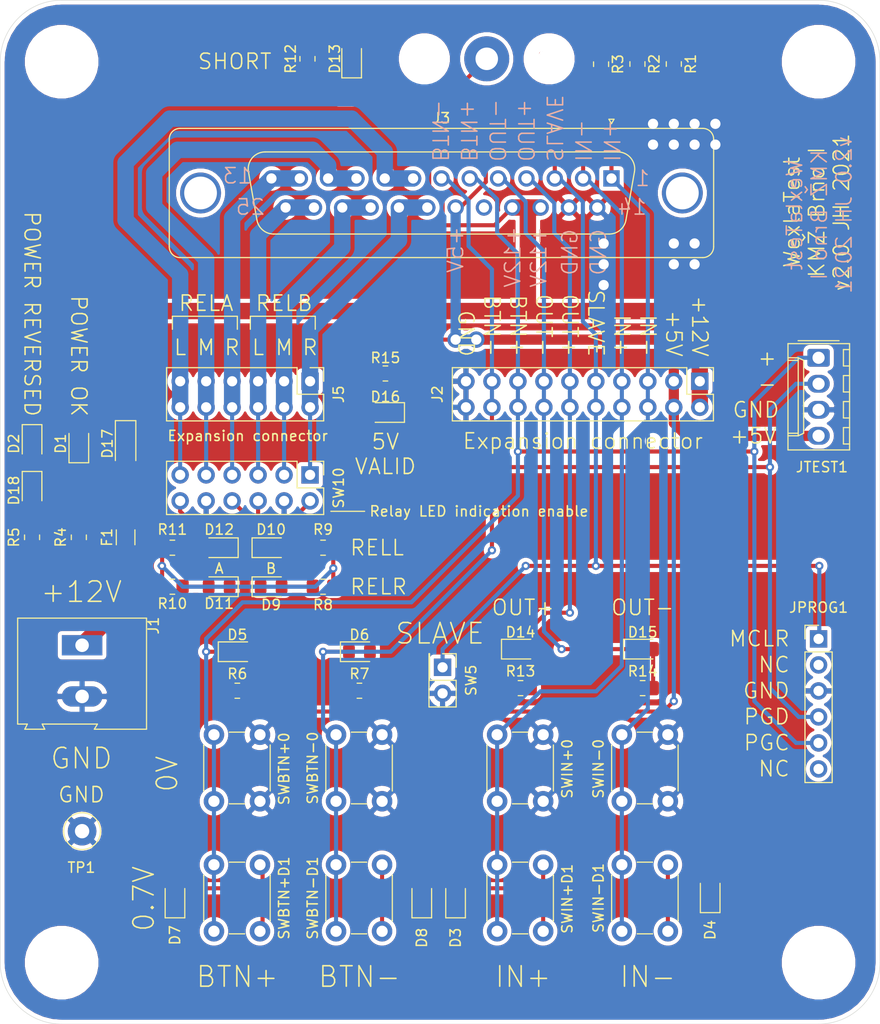
<source format=kicad_pcb>
(kicad_pcb (version 20171130) (host pcbnew 5.1.9+dfsg1-1)
  (layers (0 F.Cu signal) (31 B.Cu signal) (34 B.Paste user) (35 F.Paste user) (36 B.SilkS user) (37 F.SilkS user) (38 B.Mask user) (39 F.Mask user) (44 Edge.Cuts user))
  (net 0 "")
  (net 1 +12V)
  (net 2 "Net-(D1-Pad1)")
  (net 3 "Net-(D3-Pad2)")
  (net 4 GND)
  (net 5 "Net-(D4-Pad2)")
  (net 6 "Net-(D5-Pad2)")
  (net 7 BTN+|PGC)
  (net 8 "Net-(D6-Pad2)")
  (net 9 BTN-|PGD)
  (net 10 "Net-(D7-Pad2)")
  (net 11 "Net-(D8-Pad2)")
  (net 12 "Net-(D9-Pad2)")
  (net 13 "Net-(D9-Pad1)")
  (net 14 "Net-(D10-Pad2)")
  (net 15 "Net-(D10-Pad1)")
  (net 16 "Net-(D11-Pad2)")
  (net 17 "Net-(D11-Pad1)")
  (net 18 "Net-(D12-Pad2)")
  (net 19 "Net-(D12-Pad1)")
  (net 20 "Net-(D13-Pad2)")
  (net 21 "Net-(D13-Pad1)")
  (net 22 "Net-(D14-Pad2)")
  (net 23 OUT+)
  (net 24 "Net-(D15-Pad2)")
  (net 25 OUT-)
  (net 26 "Net-(F1-Pad1)")
  (net 27 IN-SLAVE|MCLR)
  (net 28 IN-)
  (net 29 IN+)
  (net 30 +5V)
  (net 31 RELBR)
  (net 32 RELBM)
  (net 33 RELBL)
  (net 34 RELAR)
  (net 35 RELAM)
  (net 36 RELAL)
  (net 37 "Net-(D18-Pad1)")
  (net 38 "Net-(D17-Pad2)")
  (net 39 "Net-(D16-Pad2)")
  (net 40 "Net-(D18-Pad2)")
  (module MountingHole:MountingHole_2.2mm_M2 (layer F.Cu) (at 168.656 45.72)
    (fp_text reference H7 hide)
    (fp_text value MountingHole)
    (pad 1 np_thru_hole circle (at 0 0) (size 2.2 2.2) (drill 2.2) (layers *.Cu *.Mask))
  )
  (module MountingHole:MountingHole_2.2mm_M2 (layer F.Cu) (at 156.464 45.72)
    (fp_text reference H6 hide)
    (fp_text value MountingHole)
    (pad 1 np_thru_hole circle (at 0 0) (size 2.2 2.2) (drill 2.2) (layers *.Cu *.Mask))
  )
  (module Resistor_SMD:R_0805_2012Metric_Pad1.20x1.40mm_HandSolder (layer F.Cu) (at 177.8 107.188)
    (fp_text reference R14 (at 0 -1.65) (layer F.SilkS))
    (fp_text value 1k)
    (pad 2 smd roundrect (at 1 0) (size 1.2 1.4) (layers F.Cu F.Paste F.Mask) (roundrect_rratio 0.208333) (net 24 "Net-(D15-Pad2)"))
    (pad 1 smd roundrect (at -1 0) (size 1.2 1.4) (layers F.Cu F.Paste F.Mask) (roundrect_rratio 0.208333) (net 30 +5V))
  )
  (module Button_Switch_THT:SW_PUSH_6mm (layer F.Cu) (at 147.828 130.937 90)
    (fp_text reference SWBTN-D1 (at 3.25 -2.286 90) (layer F.SilkS))
    (fp_text value SW_Push)
    (pad 1 thru_hole circle (at 6.5 0 180) (size 2 2) (drill 1.1) (layers *.Cu *.Mask) (net 9 BTN-|PGD))
    (pad 2 thru_hole circle (at 6.5 4.5 180) (size 2 2) (drill 1.1) (layers *.Cu *.Mask) (net 11 "Net-(D8-Pad2)"))
    (pad 1 thru_hole circle (at 0 0 180) (size 2 2) (drill 1.1) (layers *.Cu *.Mask) (net 9 BTN-|PGD))
    (pad 2 thru_hole circle (at 0 4.5 180) (size 2 2) (drill 1.1) (layers *.Cu *.Mask) (net 11 "Net-(D8-Pad2)"))
  )
  (module Connector_PinHeader_2.54mm:PinHeader_2x06_P2.54mm_Vertical (layer F.Cu) (at 145.288 86.36 270)
    (fp_text reference SW10 (at 1.27 -2.794 90) (layer F.SilkS))
    (fp_text value SW_DIP_x06)
    (pad 12 thru_hole oval (at 2.54 12.7 270) (size 1.7 1.7) (drill 1) (layers *.Cu *.Mask) (net 19 "Net-(D12-Pad1)"))
    (pad 11 thru_hole oval (at 0 12.7 270) (size 1.7 1.7) (drill 1) (layers *.Cu *.Mask) (net 36 RELAL))
    (pad 10 thru_hole oval (at 2.54 10.16 270) (size 1.7 1.7) (drill 1) (layers *.Cu *.Mask) (net 4 GND))
    (pad 9 thru_hole oval (at 0 10.16 270) (size 1.7 1.7) (drill 1) (layers *.Cu *.Mask) (net 35 RELAM))
    (pad 8 thru_hole oval (at 2.54 7.62 270) (size 1.7 1.7) (drill 1) (layers *.Cu *.Mask) (net 17 "Net-(D11-Pad1)"))
    (pad 7 thru_hole oval (at 0 7.62 270) (size 1.7 1.7) (drill 1) (layers *.Cu *.Mask) (net 34 RELAR))
    (pad 6 thru_hole oval (at 2.54 5.08 270) (size 1.7 1.7) (drill 1) (layers *.Cu *.Mask) (net 15 "Net-(D10-Pad1)"))
    (pad 5 thru_hole oval (at 0 5.08 270) (size 1.7 1.7) (drill 1) (layers *.Cu *.Mask) (net 33 RELBL))
    (pad 4 thru_hole oval (at 2.54 2.54 270) (size 1.7 1.7) (drill 1) (layers *.Cu *.Mask) (net 4 GND))
    (pad 3 thru_hole oval (at 0 2.54 270) (size 1.7 1.7) (drill 1) (layers *.Cu *.Mask) (net 32 RELBM))
    (pad 2 thru_hole oval (at 2.54 0 270) (size 1.7 1.7) (drill 1) (layers *.Cu *.Mask) (net 13 "Net-(D9-Pad1)"))
    (pad 1 thru_hole rect (at 0 0 270) (size 1.7 1.7) (drill 1) (layers *.Cu *.Mask) (net 31 RELBR))
  )
  (module Connector_Molex:Molex_KK-254_AE-6410-04A_1x04_P2.54mm_Vertical (layer F.Cu) (at 195 74.92 270)
    (fp_text reference JTEST1 (at 10.678 -0.326 180) (layer F.SilkS))
    (fp_text value Conn_01x04)
    (pad 4 thru_hole oval (at 7.62 0 270) (size 1.74 2.19) (drill 1.19) (layers *.Cu *.Mask) (net 30 +5V))
    (pad 3 thru_hole oval (at 5.08 0 270) (size 1.74 2.19) (drill 1.19) (layers *.Cu *.Mask) (net 4 GND))
    (pad 2 thru_hole oval (at 2.54 0 270) (size 1.74 2.19) (drill 1.19) (layers *.Cu *.Mask) (net 9 BTN-|PGD))
    (pad 1 thru_hole roundrect (at 0 0 270) (size 1.74 2.19) (drill 1.19) (layers *.Cu *.Mask) (roundrect_rratio 0.143678) (net 7 BTN+|PGC))
  )
  (module Resistor_SMD:R_0805_2012Metric_Pad1.20x1.40mm_HandSolder (layer F.Cu) (at 152.654 76.454 180)
    (fp_text reference R15 (at 0 1.524) (layer F.SilkS))
    (fp_text value 1k)
    (pad 2 smd roundrect (at 1 0 180) (size 1.2 1.4) (layers F.Cu F.Paste F.Mask) (roundrect_rratio 0.208333) (net 39 "Net-(D16-Pad2)"))
    (pad 1 smd roundrect (at -1 0 180) (size 1.2 1.4) (layers F.Cu F.Paste F.Mask) (roundrect_rratio 0.208333) (net 30 +5V))
  )
  (module Diode_SMD:D_0805_2012Metric_Pad1.15x1.40mm_HandSolder (layer F.Cu) (at 118.11 87.884 270)
    (fp_text reference D18 (at 0 1.778 90) (layer F.SilkS))
    (fp_text value 1N4148)
    (pad 2 smd roundrect (at 1.025 0 270) (size 1.15 1.4) (layers F.Cu F.Paste F.Mask) (roundrect_rratio 0.217391) (net 40 "Net-(D18-Pad2)"))
    (pad 1 smd roundrect (at -1.025 0 270) (size 1.15 1.4) (layers F.Cu F.Paste F.Mask) (roundrect_rratio 0.217391) (net 37 "Net-(D18-Pad1)"))
  )
  (module Diode_SMD:D_SOD-123 (layer F.Cu) (at 127.254 83.312 270)
    (fp_text reference D17 (at 0 1.778 90) (layer F.SilkS))
    (fp_text value 1N4007)
    (pad 2 smd rect (at 1.65 0 270) (size 0.9 1.2) (layers F.Cu F.Paste F.Mask) (net 38 "Net-(D17-Pad2)"))
    (pad 1 smd rect (at -1.65 0 270) (size 0.9 1.2) (layers F.Cu F.Paste F.Mask) (net 1 +12V))
  )
  (module LED_SMD:LED_0805_2012Metric_Pad1.15x1.40mm_HandSolder (layer F.Cu) (at 152.654 80.264 180)
    (fp_text reference D16 (at 0 1.524) (layer F.SilkS))
    (fp_text value GR)
    (pad 2 smd roundrect (at 1.025 0 180) (size 1.15 1.4) (layers F.Cu F.Paste F.Mask) (roundrect_rratio 0.217391) (net 39 "Net-(D16-Pad2)"))
    (pad 1 smd roundrect (at -1.025 0 180) (size 1.15 1.4) (layers F.Cu F.Paste F.Mask) (roundrect_rratio 0.217391) (net 4 GND))
  )
  (module TestPoint:TestPoint_Loop_D3.50mm_Drill1.4mm_Beaded (layer F.Cu) (at 123 121.158)
    (fp_text reference TP1 (at -0.064 3.556) (layer F.SilkS))
    (fp_text value TestPoint_Probe)
    (pad 1 thru_hole circle (at 0 0) (size 2.8 2.8) (drill 1.4) (layers *.Cu *.Mask) (net 4 GND))
  )
  (module Button_Switch_THT:SW_PUSH_6mm (layer F.Cu) (at 147.828 118.237 90)
    (fp_text reference SWBTN-0 (at 3.25 -2.286 90) (layer F.SilkS))
    (fp_text value SW_Push)
    (pad 1 thru_hole circle (at 6.5 0 180) (size 2 2) (drill 1.1) (layers *.Cu *.Mask) (net 9 BTN-|PGD))
    (pad 2 thru_hole circle (at 6.5 4.5 180) (size 2 2) (drill 1.1) (layers *.Cu *.Mask) (net 4 GND))
    (pad 1 thru_hole circle (at 0 0 180) (size 2 2) (drill 1.1) (layers *.Cu *.Mask) (net 9 BTN-|PGD))
    (pad 2 thru_hole circle (at 0 4.5 180) (size 2 2) (drill 1.1) (layers *.Cu *.Mask) (net 4 GND))
  )
  (module Button_Switch_THT:SW_PUSH_6mm (layer F.Cu) (at 135.89 118.237 90)
    (fp_text reference SWBTN+0 (at 3.175 6.858 90) (layer F.SilkS))
    (fp_text value SW_Push)
    (pad 1 thru_hole circle (at 6.5 0 180) (size 2 2) (drill 1.1) (layers *.Cu *.Mask) (net 7 BTN+|PGC))
    (pad 2 thru_hole circle (at 6.5 4.5 180) (size 2 2) (drill 1.1) (layers *.Cu *.Mask) (net 4 GND))
    (pad 1 thru_hole circle (at 0 0 180) (size 2 2) (drill 1.1) (layers *.Cu *.Mask) (net 7 BTN+|PGC))
    (pad 2 thru_hole circle (at 0 4.5 180) (size 2 2) (drill 1.1) (layers *.Cu *.Mask) (net 4 GND))
  )
  (module Button_Switch_THT:SW_PUSH_6mm (layer F.Cu) (at 135.89 130.937 90)
    (fp_text reference SWBTN+D1 (at 3.25 6.858 90) (layer F.SilkS))
    (fp_text value SW_Push)
    (pad 1 thru_hole circle (at 6.5 0 180) (size 2 2) (drill 1.1) (layers *.Cu *.Mask) (net 7 BTN+|PGC))
    (pad 2 thru_hole circle (at 6.5 4.5 180) (size 2 2) (drill 1.1) (layers *.Cu *.Mask) (net 10 "Net-(D7-Pad2)"))
    (pad 1 thru_hole circle (at 0 0 180) (size 2 2) (drill 1.1) (layers *.Cu *.Mask) (net 7 BTN+|PGC))
    (pad 2 thru_hole circle (at 0 4.5 180) (size 2 2) (drill 1.1) (layers *.Cu *.Mask) (net 10 "Net-(D7-Pad2)"))
  )
  (module Connector_PinHeader_2.54mm:PinHeader_2x01_P2.54mm_Vertical (layer F.Cu) (at 158.242 105.156 270)
    (fp_text reference SW5 (at 1.27 -2.794 90) (layer F.SilkS))
    (fp_text value SW_DIP_x01)
    (pad 2 thru_hole oval (at 2.54 0 270) (size 1.7 1.7) (drill 1) (layers *.Cu *.Mask) (net 4 GND))
    (pad 1 thru_hole rect (at 0 0 270) (size 1.7 1.7) (drill 1) (layers *.Cu *.Mask) (net 27 IN-SLAVE|MCLR))
  )
  (module Button_Switch_THT:SW_PUSH_6mm (layer F.Cu) (at 175.768 130.937 90)
    (fp_text reference SWIN-D1 (at 3.25 -2.286 90) (layer F.SilkS))
    (fp_text value SW_Push)
    (pad 1 thru_hole circle (at 6.5 0 180) (size 2 2) (drill 1.1) (layers *.Cu *.Mask) (net 28 IN-))
    (pad 2 thru_hole circle (at 6.5 4.5 180) (size 2 2) (drill 1.1) (layers *.Cu *.Mask) (net 5 "Net-(D4-Pad2)"))
    (pad 1 thru_hole circle (at 0 0 180) (size 2 2) (drill 1.1) (layers *.Cu *.Mask) (net 28 IN-))
    (pad 2 thru_hole circle (at 0 4.5 180) (size 2 2) (drill 1.1) (layers *.Cu *.Mask) (net 5 "Net-(D4-Pad2)"))
  )
  (module Button_Switch_THT:SW_PUSH_6mm (layer F.Cu) (at 163.576 130.937 90)
    (fp_text reference SWIN+D1 (at 3.175 6.858 90) (layer F.SilkS))
    (fp_text value SW_Push)
    (pad 1 thru_hole circle (at 6.5 0 180) (size 2 2) (drill 1.1) (layers *.Cu *.Mask) (net 29 IN+))
    (pad 2 thru_hole circle (at 6.5 4.5 180) (size 2 2) (drill 1.1) (layers *.Cu *.Mask) (net 3 "Net-(D3-Pad2)"))
    (pad 1 thru_hole circle (at 0 0 180) (size 2 2) (drill 1.1) (layers *.Cu *.Mask) (net 29 IN+))
    (pad 2 thru_hole circle (at 0 4.5 180) (size 2 2) (drill 1.1) (layers *.Cu *.Mask) (net 3 "Net-(D3-Pad2)"))
  )
  (module Button_Switch_THT:SW_PUSH_6mm (layer F.Cu) (at 175.768 118.237 90)
    (fp_text reference SWIN-0 (at 3.175 -2.286 90) (layer F.SilkS))
    (fp_text value SW_Push)
    (pad 1 thru_hole circle (at 6.5 0 180) (size 2 2) (drill 1.1) (layers *.Cu *.Mask) (net 28 IN-))
    (pad 2 thru_hole circle (at 6.5 4.5 180) (size 2 2) (drill 1.1) (layers *.Cu *.Mask) (net 4 GND))
    (pad 1 thru_hole circle (at 0 0 180) (size 2 2) (drill 1.1) (layers *.Cu *.Mask) (net 28 IN-))
    (pad 2 thru_hole circle (at 0 4.5 180) (size 2 2) (drill 1.1) (layers *.Cu *.Mask) (net 4 GND))
  )
  (module Button_Switch_THT:SW_PUSH_6mm (layer F.Cu) (at 163.576 118.237 90)
    (fp_text reference SWIN+0 (at 3.175 6.858 90) (layer F.SilkS))
    (fp_text value SW_Push)
    (pad 1 thru_hole circle (at 6.5 0 180) (size 2 2) (drill 1.1) (layers *.Cu *.Mask) (net 29 IN+))
    (pad 2 thru_hole circle (at 6.5 4.5 180) (size 2 2) (drill 1.1) (layers *.Cu *.Mask) (net 4 GND))
    (pad 1 thru_hole circle (at 0 0 180) (size 2 2) (drill 1.1) (layers *.Cu *.Mask) (net 29 IN+))
    (pad 2 thru_hole circle (at 0 4.5 180) (size 2 2) (drill 1.1) (layers *.Cu *.Mask) (net 4 GND))
  )
  (module Resistor_SMD:R_0805_2012Metric_Pad1.20x1.40mm_HandSolder (layer F.Cu) (at 165.862 107.188)
    (fp_text reference R13 (at 0 -1.65) (layer F.SilkS))
    (fp_text value 1k)
    (pad 2 smd roundrect (at 1 0) (size 1.2 1.4) (layers F.Cu F.Paste F.Mask) (roundrect_rratio 0.208333) (net 22 "Net-(D14-Pad2)"))
    (pad 1 smd roundrect (at -1 0) (size 1.2 1.4) (layers F.Cu F.Paste F.Mask) (roundrect_rratio 0.208333) (net 30 +5V))
  )
  (module Resistor_SMD:R_0805_2012Metric_Pad1.20x1.40mm_HandSolder (layer F.Cu) (at 145.034 45.72 90)
    (fp_text reference R12 (at 0 -1.65 90) (layer F.SilkS))
    (fp_text value 1k)
    (pad 2 smd roundrect (at 1 0 90) (size 1.2 1.4) (layers F.Cu F.Paste F.Mask) (roundrect_rratio 0.208333) (net 20 "Net-(D13-Pad2)"))
    (pad 1 smd roundrect (at -1 0 90) (size 1.2 1.4) (layers F.Cu F.Paste F.Mask) (roundrect_rratio 0.208333) (net 1 +12V))
  )
  (module Resistor_SMD:R_0805_2012Metric_Pad1.20x1.40mm_HandSolder (layer F.Cu) (at 131.826 93.472 180)
    (fp_text reference R11 (at 0 1.778 180) (layer F.SilkS))
    (fp_text value 1k)
    (pad 2 smd roundrect (at 1 0 180) (size 1.2 1.4) (layers F.Cu F.Paste F.Mask) (roundrect_rratio 0.208333) (net 1 +12V))
    (pad 1 smd roundrect (at -1 0 180) (size 1.2 1.4) (layers F.Cu F.Paste F.Mask) (roundrect_rratio 0.208333) (net 18 "Net-(D12-Pad2)"))
  )
  (module Resistor_SMD:R_0805_2012Metric_Pad1.20x1.40mm_HandSolder (layer F.Cu) (at 131.826 97.282 180)
    (fp_text reference R10 (at 0 -1.65 180) (layer F.SilkS))
    (fp_text value 1k)
    (pad 2 smd roundrect (at 1 0 180) (size 1.2 1.4) (layers F.Cu F.Paste F.Mask) (roundrect_rratio 0.208333) (net 1 +12V))
    (pad 1 smd roundrect (at -1 0 180) (size 1.2 1.4) (layers F.Cu F.Paste F.Mask) (roundrect_rratio 0.208333) (net 16 "Net-(D11-Pad2)"))
  )
  (module Resistor_SMD:R_0805_2012Metric_Pad1.20x1.40mm_HandSolder (layer F.Cu) (at 146.558 93.472)
    (fp_text reference R9 (at 0 -1.778 180) (layer F.SilkS))
    (fp_text value 1k)
    (pad 2 smd roundrect (at 1 0) (size 1.2 1.4) (layers F.Cu F.Paste F.Mask) (roundrect_rratio 0.208333) (net 1 +12V))
    (pad 1 smd roundrect (at -1 0) (size 1.2 1.4) (layers F.Cu F.Paste F.Mask) (roundrect_rratio 0.208333) (net 14 "Net-(D10-Pad2)"))
  )
  (module Resistor_SMD:R_0805_2012Metric_Pad1.20x1.40mm_HandSolder (layer F.Cu) (at 146.558 97.282)
    (fp_text reference R8 (at 0 1.778) (layer F.SilkS))
    (fp_text value 1k)
    (pad 2 smd roundrect (at 1 0) (size 1.2 1.4) (layers F.Cu F.Paste F.Mask) (roundrect_rratio 0.208333) (net 1 +12V))
    (pad 1 smd roundrect (at -1 0) (size 1.2 1.4) (layers F.Cu F.Paste F.Mask) (roundrect_rratio 0.208333) (net 12 "Net-(D9-Pad2)"))
  )
  (module Resistor_SMD:R_0805_2012Metric_Pad1.20x1.40mm_HandSolder (layer F.Cu) (at 150.114 107.442)
    (fp_text reference R7 (at 0 -1.65) (layer F.SilkS))
    (fp_text value 1k)
    (pad 2 smd roundrect (at 1 0) (size 1.2 1.4) (layers F.Cu F.Paste F.Mask) (roundrect_rratio 0.208333) (net 8 "Net-(D6-Pad2)"))
    (pad 1 smd roundrect (at -1 0) (size 1.2 1.4) (layers F.Cu F.Paste F.Mask) (roundrect_rratio 0.208333) (net 30 +5V))
  )
  (module Resistor_SMD:R_0805_2012Metric_Pad1.20x1.40mm_HandSolder (layer F.Cu) (at 138.176 107.442)
    (fp_text reference R6 (at 0 -1.65) (layer F.SilkS))
    (fp_text value 1k)
    (pad 2 smd roundrect (at 1 0) (size 1.2 1.4) (layers F.Cu F.Paste F.Mask) (roundrect_rratio 0.208333) (net 6 "Net-(D5-Pad2)"))
    (pad 1 smd roundrect (at -1 0) (size 1.2 1.4) (layers F.Cu F.Paste F.Mask) (roundrect_rratio 0.208333) (net 30 +5V))
  )
  (module Resistor_SMD:R_0805_2012Metric_Pad1.20x1.40mm_HandSolder (layer F.Cu) (at 118.11 92.456 270)
    (fp_text reference R5 (at 0 1.778 90) (layer F.SilkS))
    (fp_text value 1k)
    (pad 2 smd roundrect (at 1 0 270) (size 1.2 1.4) (layers F.Cu F.Paste F.Mask) (roundrect_rratio 0.208333) (net 4 GND))
    (pad 1 smd roundrect (at -1 0 270) (size 1.2 1.4) (layers F.Cu F.Paste F.Mask) (roundrect_rratio 0.208333) (net 40 "Net-(D18-Pad2)"))
  )
  (module Resistor_SMD:R_0805_2012Metric_Pad1.20x1.40mm_HandSolder (layer F.Cu) (at 122.682 92.456 270)
    (fp_text reference R4 (at 0 1.778 90) (layer F.SilkS))
    (fp_text value 1k)
    (pad 2 smd roundrect (at 1 0 270) (size 1.2 1.4) (layers F.Cu F.Paste F.Mask) (roundrect_rratio 0.208333) (net 4 GND))
    (pad 1 smd roundrect (at -1 0 270) (size 1.2 1.4) (layers F.Cu F.Paste F.Mask) (roundrect_rratio 0.208333) (net 2 "Net-(D1-Pad1)"))
  )
  (module Resistor_SMD:R_0805_2012Metric_Pad1.20x1.40mm_HandSolder (layer F.Cu) (at 173.736 46.244 270)
    (fp_text reference R3 (at 0 -1.65 90) (layer F.SilkS))
    (fp_text value 10k)
    (pad 2 smd roundrect (at 1 0 270) (size 1.2 1.4) (layers F.Cu F.Paste F.Mask) (roundrect_rratio 0.208333) (net 27 IN-SLAVE|MCLR))
    (pad 1 smd roundrect (at -1 0 270) (size 1.2 1.4) (layers F.Cu F.Paste F.Mask) (roundrect_rratio 0.208333) (net 30 +5V))
  )
  (module Resistor_SMD:R_0805_2012Metric_Pad1.20x1.40mm_HandSolder (layer F.Cu) (at 177.292 46.228 270)
    (fp_text reference R2 (at 0 -1.65 90) (layer F.SilkS))
    (fp_text value 10k)
    (pad 2 smd roundrect (at 1 0 270) (size 1.2 1.4) (layers F.Cu F.Paste F.Mask) (roundrect_rratio 0.208333) (net 29 IN+))
    (pad 1 smd roundrect (at -1 0 270) (size 1.2 1.4) (layers F.Cu F.Paste F.Mask) (roundrect_rratio 0.208333) (net 30 +5V))
  )
  (module Resistor_SMD:R_0805_2012Metric_Pad1.20x1.40mm_HandSolder (layer F.Cu) (at 180.848 46.228 270)
    (fp_text reference R1 (at 0 -1.65 90) (layer F.SilkS))
    (fp_text value 10k)
    (pad 2 smd roundrect (at 1 0 270) (size 1.2 1.4) (layers F.Cu F.Paste F.Mask) (roundrect_rratio 0.208333) (net 28 IN-))
    (pad 1 smd roundrect (at -1 0 270) (size 1.2 1.4) (layers F.Cu F.Paste F.Mask) (roundrect_rratio 0.208333) (net 30 +5V))
  )
  (module Connector_PinHeader_2.54mm:PinHeader_2x06_P2.54mm_Vertical (layer F.Cu) (at 145.288 77.216 270)
    (fp_text reference J5 (at 1.27 -2.794 90) (layer F.SilkS))
    (fp_text value Conn_02x06_Odd_Even)
    (pad 12 thru_hole oval (at 2.54 12.7 270) (size 1.7 1.7) (drill 1) (layers *.Cu *.Mask) (net 36 RELAL))
    (pad 11 thru_hole oval (at 0 12.7 270) (size 1.7 1.7) (drill 1) (layers *.Cu *.Mask) (net 36 RELAL))
    (pad 10 thru_hole oval (at 2.54 10.16 270) (size 1.7 1.7) (drill 1) (layers *.Cu *.Mask) (net 35 RELAM))
    (pad 9 thru_hole oval (at 0 10.16 270) (size 1.7 1.7) (drill 1) (layers *.Cu *.Mask) (net 35 RELAM))
    (pad 8 thru_hole oval (at 2.54 7.62 270) (size 1.7 1.7) (drill 1) (layers *.Cu *.Mask) (net 34 RELAR))
    (pad 7 thru_hole oval (at 0 7.62 270) (size 1.7 1.7) (drill 1) (layers *.Cu *.Mask) (net 34 RELAR))
    (pad 6 thru_hole oval (at 2.54 5.08 270) (size 1.7 1.7) (drill 1) (layers *.Cu *.Mask) (net 33 RELBL))
    (pad 5 thru_hole oval (at 0 5.08 270) (size 1.7 1.7) (drill 1) (layers *.Cu *.Mask) (net 33 RELBL))
    (pad 4 thru_hole oval (at 2.54 2.54 270) (size 1.7 1.7) (drill 1) (layers *.Cu *.Mask) (net 32 RELBM))
    (pad 3 thru_hole oval (at 0 2.54 270) (size 1.7 1.7) (drill 1) (layers *.Cu *.Mask) (net 32 RELBM))
    (pad 2 thru_hole oval (at 2.54 0 270) (size 1.7 1.7) (drill 1) (layers *.Cu *.Mask) (net 31 RELBR))
    (pad 1 thru_hole rect (at 0 0 270) (size 1.7 1.7) (drill 1) (layers *.Cu *.Mask) (net 31 RELBR))
  )
  (module Connector_PinHeader_2.54mm:PinHeader_1x06_P2.54mm_Vertical (layer F.Cu) (at 195 102.38)
    (fp_text reference JPROG1 (at 0 -3.066) (layer F.SilkS))
    (fp_text value PROG)
    (pad 6 thru_hole oval (at 0 12.7) (size 1.7 1.7) (drill 1) (layers *.Cu *.Mask))
    (pad 5 thru_hole oval (at 0 10.16) (size 1.7 1.7) (drill 1) (layers *.Cu *.Mask) (net 7 BTN+|PGC))
    (pad 4 thru_hole oval (at 0 7.62) (size 1.7 1.7) (drill 1) (layers *.Cu *.Mask) (net 9 BTN-|PGD))
    (pad 3 thru_hole oval (at 0 5.08) (size 1.7 1.7) (drill 1) (layers *.Cu *.Mask) (net 4 GND))
    (pad 2 thru_hole oval (at 0 2.54) (size 1.7 1.7) (drill 1) (layers *.Cu *.Mask))
    (pad 1 thru_hole rect (at 0 0) (size 1.7 1.7) (drill 1) (layers *.Cu *.Mask) (net 27 IN-SLAVE|MCLR))
  )
  (module Connector_Dsub:DSUB-25_Female_Vertical_P2.77x2.84mm_MountingHoles (layer F.Cu) (at 174.752 57.404)
    (fp_text reference J3 (at -16.62 -5.89) (layer F.SilkS))
    (fp_text value DB25_Female)
    (pad 0 thru_hole circle (at 6.93 1.42) (size 4 4) (drill 3.2) (layers *.Cu *.Mask))
    (pad 0 thru_hole circle (at -40.17 1.42) (size 4 4) (drill 3.2) (layers *.Cu *.Mask))
    (pad 25 thru_hole circle (at -31.855 2.84) (size 1.6 1.6) (drill 1) (layers *.Cu *.Mask) (net 33 RELBL))
    (pad 24 thru_hole circle (at -29.085 2.84) (size 1.6 1.6) (drill 1) (layers *.Cu *.Mask) (net 33 RELBL))
    (pad 23 thru_hole circle (at -26.315 2.84) (size 1.6 1.6) (drill 1) (layers *.Cu *.Mask) (net 32 RELBM))
    (pad 22 thru_hole circle (at -23.545 2.84) (size 1.6 1.6) (drill 1) (layers *.Cu *.Mask) (net 32 RELBM))
    (pad 21 thru_hole circle (at -20.775 2.84) (size 1.6 1.6) (drill 1) (layers *.Cu *.Mask) (net 31 RELBR))
    (pad 20 thru_hole circle (at -18.005 2.84) (size 1.6 1.6) (drill 1) (layers *.Cu *.Mask) (net 31 RELBR))
    (pad 19 thru_hole circle (at -15.235 2.84) (size 1.6 1.6) (drill 1) (layers *.Cu *.Mask) (net 30 +5V))
    (pad 18 thru_hole circle (at -12.465 2.84) (size 1.6 1.6) (drill 1) (layers *.Cu *.Mask))
    (pad 17 thru_hole circle (at -9.695 2.84) (size 1.6 1.6) (drill 1) (layers *.Cu *.Mask) (net 1 +12V))
    (pad 16 thru_hole circle (at -6.925 2.84) (size 1.6 1.6) (drill 1) (layers *.Cu *.Mask) (net 1 +12V))
    (pad 15 thru_hole circle (at -4.155 2.84) (size 1.6 1.6) (drill 1) (layers *.Cu *.Mask) (net 4 GND))
    (pad 14 thru_hole circle (at -1.385 2.84) (size 1.6 1.6) (drill 1) (layers *.Cu *.Mask) (net 4 GND))
    (pad 13 thru_hole circle (at -33.24 0) (size 1.6 1.6) (drill 1) (layers *.Cu *.Mask) (net 34 RELAR))
    (pad 12 thru_hole circle (at -30.47 0) (size 1.6 1.6) (drill 1) (layers *.Cu *.Mask) (net 34 RELAR))
    (pad 11 thru_hole circle (at -27.7 0) (size 1.6 1.6) (drill 1) (layers *.Cu *.Mask) (net 35 RELAM))
    (pad 10 thru_hole circle (at -24.93 0) (size 1.6 1.6) (drill 1) (layers *.Cu *.Mask) (net 35 RELAM))
    (pad 9 thru_hole circle (at -22.16 0) (size 1.6 1.6) (drill 1) (layers *.Cu *.Mask) (net 36 RELAL))
    (pad 8 thru_hole circle (at -19.39 0) (size 1.6 1.6) (drill 1) (layers *.Cu *.Mask) (net 36 RELAL))
    (pad 7 thru_hole circle (at -16.62 0) (size 1.6 1.6) (drill 1) (layers *.Cu *.Mask) (net 9 BTN-|PGD))
    (pad 6 thru_hole circle (at -13.85 0) (size 1.6 1.6) (drill 1) (layers *.Cu *.Mask) (net 7 BTN+|PGC))
    (pad 5 thru_hole circle (at -11.08 0) (size 1.6 1.6) (drill 1) (layers *.Cu *.Mask) (net 25 OUT-))
    (pad 4 thru_hole circle (at -8.31 0) (size 1.6 1.6) (drill 1) (layers *.Cu *.Mask) (net 23 OUT+))
    (pad 3 thru_hole circle (at -5.54 0) (size 1.6 1.6) (drill 1) (layers *.Cu *.Mask) (net 27 IN-SLAVE|MCLR))
    (pad 2 thru_hole circle (at -2.77 0) (size 1.6 1.6) (drill 1) (layers *.Cu *.Mask) (net 29 IN+))
    (pad 1 thru_hole rect (at 0 0) (size 1.6 1.6) (drill 1) (layers *.Cu *.Mask) (net 28 IN-))
  )
  (module Connector_PinHeader_2.54mm:PinHeader_2x10_P2.54mm_Vertical (layer F.Cu) (at 183.388 77.216 270)
    (fp_text reference J2 (at 1.27 25.654 90) (layer F.SilkS))
    (fp_text value Conn_02x10_Odd_Even)
    (pad 20 thru_hole oval (at 2.54 22.86 270) (size 1.7 1.7) (drill 1) (layers *.Cu *.Mask) (net 4 GND))
    (pad 19 thru_hole oval (at 0 22.86 270) (size 1.7 1.7) (drill 1) (layers *.Cu *.Mask) (net 4 GND))
    (pad 18 thru_hole oval (at 2.54 20.32 270) (size 1.7 1.7) (drill 1) (layers *.Cu *.Mask) (net 9 BTN-|PGD))
    (pad 17 thru_hole oval (at 0 20.32 270) (size 1.7 1.7) (drill 1) (layers *.Cu *.Mask) (net 9 BTN-|PGD))
    (pad 16 thru_hole oval (at 2.54 17.78 270) (size 1.7 1.7) (drill 1) (layers *.Cu *.Mask) (net 7 BTN+|PGC))
    (pad 15 thru_hole oval (at 0 17.78 270) (size 1.7 1.7) (drill 1) (layers *.Cu *.Mask) (net 7 BTN+|PGC))
    (pad 14 thru_hole oval (at 2.54 15.24 270) (size 1.7 1.7) (drill 1) (layers *.Cu *.Mask) (net 25 OUT-))
    (pad 13 thru_hole oval (at 0 15.24 270) (size 1.7 1.7) (drill 1) (layers *.Cu *.Mask) (net 25 OUT-))
    (pad 12 thru_hole oval (at 2.54 12.7 270) (size 1.7 1.7) (drill 1) (layers *.Cu *.Mask) (net 23 OUT+))
    (pad 11 thru_hole oval (at 0 12.7 270) (size 1.7 1.7) (drill 1) (layers *.Cu *.Mask) (net 23 OUT+))
    (pad 10 thru_hole oval (at 2.54 10.16 270) (size 1.7 1.7) (drill 1) (layers *.Cu *.Mask) (net 27 IN-SLAVE|MCLR))
    (pad 9 thru_hole oval (at 0 10.16 270) (size 1.7 1.7) (drill 1) (layers *.Cu *.Mask) (net 27 IN-SLAVE|MCLR))
    (pad 8 thru_hole oval (at 2.54 7.62 270) (size 1.7 1.7) (drill 1) (layers *.Cu *.Mask) (net 29 IN+))
    (pad 7 thru_hole oval (at 0 7.62 270) (size 1.7 1.7) (drill 1) (layers *.Cu *.Mask) (net 29 IN+))
    (pad 6 thru_hole oval (at 2.54 5.08 270) (size 1.7 1.7) (drill 1) (layers *.Cu *.Mask) (net 28 IN-))
    (pad 5 thru_hole oval (at 0 5.08 270) (size 1.7 1.7) (drill 1) (layers *.Cu *.Mask) (net 28 IN-))
    (pad 4 thru_hole oval (at 2.54 2.54 270) (size 1.7 1.7) (drill 1) (layers *.Cu *.Mask) (net 30 +5V))
    (pad 3 thru_hole oval (at 0 2.54 270) (size 1.7 1.7) (drill 1) (layers *.Cu *.Mask) (net 30 +5V))
    (pad 2 thru_hole oval (at 2.54 0 270) (size 1.7 1.7) (drill 1) (layers *.Cu *.Mask) (net 1 +12V))
    (pad 1 thru_hole rect (at 0 0 270) (size 1.7 1.7) (drill 1) (layers *.Cu *.Mask) (net 1 +12V))
  )
  (module TerminalBlock:TerminalBlock_Altech_AK300-2_P5.00mm (layer F.Cu) (at 123 103 270)
    (fp_text reference J1 (at -1.92 -6.99 90) (layer F.SilkS))
    (fp_text value Screw_Terminal_01x02)
    (pad 2 thru_hole oval (at 5 0 270) (size 1.98 3.96) (drill 1.32) (layers *.Cu *.Mask) (net 4 GND))
    (pad 1 thru_hole rect (at 0 0 270) (size 1.98 3.96) (drill 1.32) (layers *.Cu *.Mask) (net 26 "Net-(F1-Pad1)"))
  )
  (module MountingHole:MountingHole_3.2mm_M3 (layer F.Cu) (at 195 134)
    (fp_text reference H5 hide)
    (fp_text value MountingHole)
    (pad 1 np_thru_hole circle (at 0 0) (size 3.2 3.2) (drill 3.2) (layers *.Cu *.Mask))
  )
  (module MountingHole:MountingHole_3.2mm_M3 (layer F.Cu) (at 121 46)
    (fp_text reference H4 hide)
    (fp_text value MountingHole)
    (pad 1 np_thru_hole circle (at 0 0) (size 3.2 3.2) (drill 3.2) (layers *.Cu *.Mask))
  )
  (module MountingHole:MountingHole_3.2mm_M3 (layer F.Cu) (at 195 46)
    (fp_text reference H3 hide)
    (fp_text value MountingHole)
    (pad 1 np_thru_hole circle (at 0 0) (size 3.2 3.2) (drill 3.2) (layers *.Cu *.Mask))
  )
  (module MountingHole:MountingHole_3.2mm_M3 (layer F.Cu) (at 121 134)
    (fp_text reference H2 hide)
    (fp_text value MountingHole)
    (pad 1 np_thru_hole circle (at 0 0) (size 3.2 3.2) (drill 3.2) (layers *.Cu *.Mask))
  )
  (module MountingHole:MountingHole_2.2mm_M2_Pad (layer F.Cu) (at 162.56 45.72)
    (fp_text reference H1 hide)
    (fp_text value MountingHole_Pad)
    (pad 1 thru_hole circle (at 0 0) (size 4.4 4.4) (drill 2.2) (layers *.Cu *.Mask) (net 21 "Net-(D13-Pad1)"))
  )
  (module Resistor_SMD:R_1206_3216Metric_Pad1.30x1.75mm_HandSolder (layer F.Cu) (at 127.254 92.456 90)
    (fp_text reference F1 (at 0 -1.82 90) (layer F.SilkS))
    (fp_text value Polyfuse)
    (pad 2 smd roundrect (at 1.55 0 90) (size 1.3 1.75) (layers F.Cu F.Paste F.Mask) (roundrect_rratio 0.192308) (net 38 "Net-(D17-Pad2)"))
    (pad 1 smd roundrect (at -1.55 0 90) (size 1.3 1.75) (layers F.Cu F.Paste F.Mask) (roundrect_rratio 0.192308) (net 26 "Net-(F1-Pad1)"))
  )
  (module LED_SMD:LED_0805_2012Metric_Pad1.15x1.40mm_HandSolder (layer F.Cu) (at 177.8 103.378)
    (fp_text reference D15 (at 0 -1.65) (layer F.SilkS))
    (fp_text value WH)
    (pad 2 smd roundrect (at 1.025 0) (size 1.15 1.4) (layers F.Cu F.Paste F.Mask) (roundrect_rratio 0.217391) (net 24 "Net-(D15-Pad2)"))
    (pad 1 smd roundrect (at -1.025 0) (size 1.15 1.4) (layers F.Cu F.Paste F.Mask) (roundrect_rratio 0.217391) (net 25 OUT-))
  )
  (module LED_SMD:LED_0805_2012Metric_Pad1.15x1.40mm_HandSolder (layer F.Cu) (at 165.862 103.378)
    (fp_text reference D14 (at 0 -1.65) (layer F.SilkS))
    (fp_text value WH)
    (pad 2 smd roundrect (at 1.025 0) (size 1.15 1.4) (layers F.Cu F.Paste F.Mask) (roundrect_rratio 0.217391) (net 22 "Net-(D14-Pad2)"))
    (pad 1 smd roundrect (at -1.025 0) (size 1.15 1.4) (layers F.Cu F.Paste F.Mask) (roundrect_rratio 0.217391) (net 23 OUT+))
  )
  (module LED_SMD:LED_0805_2012Metric_Pad1.15x1.40mm_HandSolder (layer F.Cu) (at 149.352 45.72 90)
    (fp_text reference D13 (at 0 -1.65 90) (layer F.SilkS))
    (fp_text value RED)
    (pad 2 smd roundrect (at 1.025 0 90) (size 1.15 1.4) (layers F.Cu F.Paste F.Mask) (roundrect_rratio 0.217391) (net 20 "Net-(D13-Pad2)"))
    (pad 1 smd roundrect (at -1.025 0 90) (size 1.15 1.4) (layers F.Cu F.Paste F.Mask) (roundrect_rratio 0.217391) (net 21 "Net-(D13-Pad1)"))
  )
  (module LED_SMD:LED_0805_2012Metric_Pad1.15x1.40mm_HandSolder (layer F.Cu) (at 136.398 93.472 180)
    (fp_text reference D12 (at 0 1.778) (layer F.SilkS))
    (fp_text value BLUE)
    (pad 2 smd roundrect (at 1.025 0 180) (size 1.15 1.4) (layers F.Cu F.Paste F.Mask) (roundrect_rratio 0.217391) (net 18 "Net-(D12-Pad2)"))
    (pad 1 smd roundrect (at -1.025 0 180) (size 1.15 1.4) (layers F.Cu F.Paste F.Mask) (roundrect_rratio 0.217391) (net 19 "Net-(D12-Pad1)"))
  )
  (module LED_SMD:LED_0805_2012Metric_Pad1.15x1.40mm_HandSolder (layer F.Cu) (at 136.398 97.282 180)
    (fp_text reference D11 (at 0 -1.65) (layer F.SilkS))
    (fp_text value BLUE)
    (pad 2 smd roundrect (at 1.025 0 180) (size 1.15 1.4) (layers F.Cu F.Paste F.Mask) (roundrect_rratio 0.217391) (net 16 "Net-(D11-Pad2)"))
    (pad 1 smd roundrect (at -1.025 0 180) (size 1.15 1.4) (layers F.Cu F.Paste F.Mask) (roundrect_rratio 0.217391) (net 17 "Net-(D11-Pad1)"))
  )
  (module LED_SMD:LED_0805_2012Metric_Pad1.15x1.40mm_HandSolder (layer F.Cu) (at 141.478 93.472)
    (fp_text reference D10 (at 0 -1.778) (layer F.SilkS))
    (fp_text value BLUE)
    (pad 2 smd roundrect (at 1.025 0) (size 1.15 1.4) (layers F.Cu F.Paste F.Mask) (roundrect_rratio 0.217391) (net 14 "Net-(D10-Pad2)"))
    (pad 1 smd roundrect (at -1.025 0) (size 1.15 1.4) (layers F.Cu F.Paste F.Mask) (roundrect_rratio 0.217391) (net 15 "Net-(D10-Pad1)"))
  )
  (module LED_SMD:LED_0805_2012Metric_Pad1.15x1.40mm_HandSolder (layer F.Cu) (at 141.478 97.282)
    (fp_text reference D9 (at 0 1.778) (layer F.SilkS))
    (fp_text value BLUE)
    (pad 2 smd roundrect (at 1.025 0) (size 1.15 1.4) (layers F.Cu F.Paste F.Mask) (roundrect_rratio 0.217391) (net 12 "Net-(D9-Pad2)"))
    (pad 1 smd roundrect (at -1.025 0) (size 1.15 1.4) (layers F.Cu F.Paste F.Mask) (roundrect_rratio 0.217391) (net 13 "Net-(D9-Pad1)"))
  )
  (module Diode_SMD:D_0805_2012Metric_Pad1.15x1.40mm_HandSolder (layer F.Cu) (at 156.21 127.762 90)
    (fp_text reference D8 (at -3.81 0 90) (layer F.SilkS))
    (fp_text value 1N4148)
    (pad 2 smd roundrect (at 1.025 0 90) (size 1.15 1.4) (layers F.Cu F.Paste F.Mask) (roundrect_rratio 0.217391) (net 11 "Net-(D8-Pad2)"))
    (pad 1 smd roundrect (at -1.025 0 90) (size 1.15 1.4) (layers F.Cu F.Paste F.Mask) (roundrect_rratio 0.217391) (net 4 GND))
  )
  (module Diode_SMD:D_0805_2012Metric_Pad1.15x1.40mm_HandSolder (layer F.Cu) (at 132.08 127.762 90)
    (fp_text reference D7 (at -3.556 0 90) (layer F.SilkS))
    (fp_text value 1N4148)
    (pad 2 smd roundrect (at 1.025 0 90) (size 1.15 1.4) (layers F.Cu F.Paste F.Mask) (roundrect_rratio 0.217391) (net 10 "Net-(D7-Pad2)"))
    (pad 1 smd roundrect (at -1.025 0 90) (size 1.15 1.4) (layers F.Cu F.Paste F.Mask) (roundrect_rratio 0.217391) (net 4 GND))
  )
  (module LED_SMD:LED_0805_2012Metric_Pad1.15x1.40mm_HandSolder (layer F.Cu) (at 150.114 103.632)
    (fp_text reference D6 (at 0 -1.65) (layer F.SilkS))
    (fp_text value YEL)
    (pad 2 smd roundrect (at 1.025 0) (size 1.15 1.4) (layers F.Cu F.Paste F.Mask) (roundrect_rratio 0.217391) (net 8 "Net-(D6-Pad2)"))
    (pad 1 smd roundrect (at -1.025 0) (size 1.15 1.4) (layers F.Cu F.Paste F.Mask) (roundrect_rratio 0.217391) (net 9 BTN-|PGD))
  )
  (module LED_SMD:LED_0805_2012Metric_Pad1.15x1.40mm_HandSolder (layer F.Cu) (at 138.176 103.632)
    (fp_text reference D5 (at 0 -1.65) (layer F.SilkS))
    (fp_text value YEL)
    (pad 2 smd roundrect (at 1.025 0) (size 1.15 1.4) (layers F.Cu F.Paste F.Mask) (roundrect_rratio 0.217391) (net 6 "Net-(D5-Pad2)"))
    (pad 1 smd roundrect (at -1.025 0) (size 1.15 1.4) (layers F.Cu F.Paste F.Mask) (roundrect_rratio 0.217391) (net 7 BTN+|PGC))
  )
  (module Diode_SMD:D_0805_2012Metric_Pad1.15x1.40mm_HandSolder (layer F.Cu) (at 184.404 127.254 90)
    (fp_text reference D4 (at -3.556 0 90) (layer F.SilkS))
    (fp_text value 1N4148)
    (pad 2 smd roundrect (at 1.025 0 90) (size 1.15 1.4) (layers F.Cu F.Paste F.Mask) (roundrect_rratio 0.217391) (net 5 "Net-(D4-Pad2)"))
    (pad 1 smd roundrect (at -1.025 0 90) (size 1.15 1.4) (layers F.Cu F.Paste F.Mask) (roundrect_rratio 0.217391) (net 4 GND))
  )
  (module Diode_SMD:D_0805_2012Metric_Pad1.15x1.40mm_HandSolder (layer F.Cu) (at 159.512 127.762 90)
    (fp_text reference D3 (at -3.81 0 90) (layer F.SilkS))
    (fp_text value 1N4148)
    (pad 2 smd roundrect (at 1.025 0 90) (size 1.15 1.4) (layers F.Cu F.Paste F.Mask) (roundrect_rratio 0.217391) (net 3 "Net-(D3-Pad2)"))
    (pad 1 smd roundrect (at -1.025 0 90) (size 1.15 1.4) (layers F.Cu F.Paste F.Mask) (roundrect_rratio 0.217391) (net 4 GND))
  )
  (module LED_SMD:LED_0805_2012Metric_Pad1.15x1.40mm_HandSolder (layer F.Cu) (at 118.11 83.312 270)
    (fp_text reference D2 (at 0 1.778 90) (layer F.SilkS))
    (fp_text value RED)
    (pad 2 smd roundrect (at 1.025 0 270) (size 1.15 1.4) (layers F.Cu F.Paste F.Mask) (roundrect_rratio 0.217391) (net 37 "Net-(D18-Pad1)"))
    (pad 1 smd roundrect (at -1.025 0 270) (size 1.15 1.4) (layers F.Cu F.Paste F.Mask) (roundrect_rratio 0.217391) (net 38 "Net-(D17-Pad2)"))
  )
  (module LED_SMD:LED_0805_2012Metric_Pad1.15x1.40mm_HandSolder (layer F.Cu) (at 122.682 83.312 90)
    (fp_text reference D1 (at 0 -1.778 90) (layer F.SilkS))
    (fp_text value GR)
    (pad 2 smd roundrect (at 1.025 0 90) (size 1.15 1.4) (layers F.Cu F.Paste F.Mask) (roundrect_rratio 0.217391) (net 1 +12V))
    (pad 1 smd roundrect (at -1.025 0 90) (size 1.15 1.4) (layers F.Cu F.Paste F.Mask) (roundrect_rratio 0.217391) (net 2 "Net-(D1-Pad1)"))
  )
  (gr_text OUT- (at 177.8 99.314) (layer F.SilkS) (effects (font (size 1.5 1.5))))
  (gr_text OUT+ (at 166.116 99.314) (layer F.SilkS) (effects (font (size 1.5 1.5))))
  (gr_line (start 150.622 89.916) (end 147.32 89.916) (layer F.SilkS) (width 0.12))
  (gr_text "Relay LED indication enable" (at 161.798 89.916) (layer F.SilkS) (effects (font (size 1 1))))
  (gr_text "Expansion connector" (at 139.192 82.55) (layer F.SilkS) (effects (font (size 1 1))))
  (gr_text "Expansion connector" (at 171.958 83.058) (layer F.SilkS) (effects (font (size 1.5 1.5))))
  (gr_text "WexlaTest\nKMŽ Brno I\nv2.0 JH 2021" (at 195.072 60.96 90) (layer B.SilkS) (effects (font (size 1.5 1.5)) (justify mirror)))
  (gr_text "WexlaTest\nKMŽ Brno I\nv2.0 JH 2021" (at 194.818 60.706 90) (layer F.SilkS) (effects (font (size 1.5 1.5))))
  (gr_text RELR (at 149.098 97.282) (layer F.SilkS) (effects (font (size 1.5 1.5)) (justify left)))
  (gr_text RELL (at 149.098 93.472) (layer F.SilkS) (effects (font (size 1.5 1.5)) (justify left)))
  (gr_text B (at 141.478 95.504) (layer F.SilkS) (effects (font (size 1 1))))
  (gr_text A (at 136.398 95.504) (layer F.SilkS) (effects (font (size 1 1))))
  (gr_text GND (at 122.936 117.602) (layer F.SilkS) (effects (font (size 1.5 1.5))))
  (gr_text +5V (at 191.008 82.55) (layer F.SilkS) (effects (font (size 1.5 1.5)) (justify right)))
  (gr_text GND (at 191.262 80.01) (layer F.SilkS) (effects (font (size 1.5 1.5)) (justify right)))
  (gr_text - (at 191.008 77.47) (layer F.SilkS) (effects (font (size 1.5 1.5)) (justify right)))
  (gr_text + (at 191.008 74.93) (layer F.SilkS) (effects (font (size 1.5 1.5)) (justify right)))
  (gr_text NC (at 192.278 115.062) (layer F.SilkS) (effects (font (size 1.5 1.5)) (justify right)))
  (gr_text PGC (at 192.278 112.522) (layer F.SilkS) (effects (font (size 1.5 1.5)) (justify right)))
  (gr_text PGD (at 192.278 109.982) (layer F.SilkS) (effects (font (size 1.5 1.5)) (justify right)))
  (gr_text GND (at 192.278 107.442) (layer F.SilkS) (effects (font (size 1.5 1.5)) (justify right)))
  (gr_text NC (at 192.278 104.902) (layer F.SilkS) (effects (font (size 1.5 1.5)) (justify right)))
  (gr_text MCLR (at 192.278 102.362) (layer F.SilkS) (effects (font (size 1.5 1.5)) (justify right)))
  (gr_text SLAVE (at 157.988 101.854) (layer F.SilkS) (effects (font (size 2 2))))
  (gr_text 0.7V (at 129.032 127.762 90) (layer F.SilkS) (effects (font (size 2 2))))
  (gr_text 0V (at 131.318 115.57 90) (layer F.SilkS) (effects (font (size 2 2))))
  (gr_text BTN- (at 150.114 135.382) (layer F.SilkS) (effects (font (size 2 2))))
  (gr_text BTN+ (at 138.176 135.382) (layer F.SilkS) (effects (font (size 2 2))))
  (gr_text IN- (at 178.308 135.382) (layer F.SilkS) (effects (font (size 2 2))))
  (gr_text IN+ (at 166.116 135.382) (layer F.SilkS) (effects (font (size 2 2))))
  (gr_text 25 (at 139.446 60.198) (layer B.SilkS) (effects (font (size 1.5 1.5)) (justify mirror)))
  (gr_text 14 (at 176.784 60.198) (layer B.SilkS) (effects (font (size 1.5 1.5)) (justify mirror)))
  (gr_text 13 (at 138.176 57.15) (layer B.SilkS) (effects (font (size 1.5 1.5)) (justify mirror)))
  (gr_text 1 (at 177.8 57.404) (layer B.SilkS) (effects (font (size 1.5 1.5)) (justify mirror)))
  (gr_text GND (at 173.482 62.23 90) (layer B.SilkS) (effects (font (size 1.5 1.5)) (justify left mirror)))
  (gr_text GND (at 170.688 62.23 90) (layer B.SilkS) (effects (font (size 1.5 1.5)) (justify left mirror)))
  (gr_text +12V (at 167.64 61.976 90) (layer B.SilkS) (effects (font (size 1.5 1.5)) (justify left mirror)))
  (gr_text +12V (at 165.1 61.976 90) (layer B.SilkS) (effects (font (size 1.5 1.5)) (justify left mirror)))
  (gr_text +5V (at 159.512 61.976 90) (layer B.SilkS) (effects (font (size 1.5 1.5)) (justify left mirror)))
  (gr_text BTN- (at 157.988 55.88 270) (layer B.SilkS) (effects (font (size 1.5 1.5)) (justify left mirror)))
  (gr_text BTN+ (at 160.782 55.88 270) (layer B.SilkS) (effects (font (size 1.5 1.5)) (justify left mirror)))
  (gr_text OUT- (at 163.576 55.88 270) (layer B.SilkS) (effects (font (size 1.5 1.5)) (justify left mirror)))
  (gr_text OUT+ (at 166.37 55.88 270) (layer B.SilkS) (effects (font (size 1.5 1.5)) (justify left mirror)))
  (gr_text SLAVE (at 169.164 55.88 270) (layer B.SilkS) (effects (font (size 1.5 1.5)) (justify left mirror)))
  (gr_text IN- (at 171.958 55.88 270) (layer B.SilkS) (effects (font (size 1.5 1.5)) (justify left mirror)))
  (gr_text IN+ (at 174.752 55.88 -90) (layer B.SilkS) (effects (font (size 1.5 1.5)) (justify left mirror)))
  (gr_text "5V\nVALID" (at 152.654 84.328) (layer F.SilkS) (effects (font (size 1.5 1.5))))
  (gr_text SHORT (at 137.922 45.974) (layer F.SilkS) (effects (font (size 1.5 1.5))))
  (gr_text GND (at 122.936 114.046) (layer F.SilkS) (effects (font (size 2 2))))
  (gr_text +12V (at 122.936 97.79) (layer F.SilkS) (effects (font (size 2 2))))
  (gr_text POWER REVERSED (at 118.11 80.772 270) (layer F.SilkS) (effects (font (size 1.5 1.5)) (justify right)))
  (gr_text POWER OK (at 122.682 80.772 -90) (layer F.SilkS) (effects (font (size 1.5 1.5)) (justify right)))
  (gr_line (start 115 46) (end 115 134) (layer Edge.Cuts) (width 0.05))
  (gr_line (start 121 40) (end 195 40) (layer Edge.Cuts) (width 0.05))
  (gr_line (start 201 134) (end 201 46) (layer Edge.Cuts) (width 0.05))
  (gr_line (start 121 140) (end 195 140) (layer Edge.Cuts) (width 0.05))
  (gr_arc (start 121 134) (end 115 134) (angle -90) (layer Edge.Cuts) (width 0.05))
  (gr_arc (start 195 134) (end 195 140) (angle -90) (layer Edge.Cuts) (width 0.05))
  (gr_arc (start 195 46) (end 201 46) (angle -90) (layer Edge.Cuts) (width 0.05))
  (gr_arc (start 121 46) (end 121 40) (angle -90) (layer Edge.Cuts) (width 0.05))
  (gr_text L (at 140.208 73.914) (layer F.SilkS) (effects (font (size 1.5 1.5))))
  (gr_text M (at 142.748 73.914) (layer F.SilkS) (effects (font (size 1.5 1.5))))
  (gr_text R (at 145.288 73.914) (layer F.SilkS) (effects (font (size 1.5 1.5))))
  (gr_text L (at 132.588 73.914) (layer F.SilkS) (effects (font (size 1.5 1.5))))
  (gr_text M (at 135.128 73.914) (layer F.SilkS) (effects (font (size 1.5 1.5))))
  (gr_text R (at 137.668 73.914) (layer F.SilkS) (effects (font (size 1.5 1.5))))
  (gr_line (start 145.796 70.866) (end 145.796 72.136) (layer F.SilkS) (width 0.12))
  (gr_line (start 139.446 70.866) (end 145.796 70.866) (layer F.SilkS) (width 0.12))
  (gr_line (start 139.446 72.136) (end 139.446 70.866) (layer F.SilkS) (width 0.12))
  (gr_line (start 138.176 70.866) (end 138.176 72.136) (layer F.SilkS) (width 0.12))
  (gr_line (start 131.826 70.866) (end 138.176 70.866) (layer F.SilkS) (width 0.12))
  (gr_line (start 131.826 72.136) (end 131.826 70.866) (layer F.SilkS) (width 0.12))
  (gr_text RELB (at 142.748 69.596) (layer F.SilkS) (effects (font (size 1.5 1.5))))
  (gr_text RELA (at 135.128 69.596) (layer F.SilkS) (effects (font (size 1.5 1.5))))
  (gr_text GND (at 160.528 74.93 270) (layer F.SilkS) (effects (font (size 1.5 1.5)) (justify right)))
  (gr_text BTN- (at 163.068 74.93 270) (layer F.SilkS) (effects (font (size 1.5 1.5)) (justify right)))
  (gr_text BTN+ (at 165.608 74.93 270) (layer F.SilkS) (effects (font (size 1.5 1.5)) (justify right)))
  (gr_text OUT- (at 168.148 74.93 -90) (layer F.SilkS) (effects (font (size 1.5 1.5)) (justify right)))
  (gr_text OUT+ (at 170.688 74.93 270) (layer F.SilkS) (effects (font (size 1.5 1.5)) (justify right)))
  (gr_text SLAVE (at 173.228 74.93 270) (layer F.SilkS) (effects (font (size 1.5 1.5)) (justify right)))
  (gr_text IN- (at 178.308 74.93 -90) (layer F.SilkS) (effects (font (size 1.5 1.5)) (justify right)))
  (gr_text IN+ (at 175.768 74.93 270) (layer F.SilkS) (effects (font (size 1.5 1.5)) (justify right)))
  (gr_text +5V (at 180.848 74.93 270) (layer F.SilkS) (effects (font (size 1.5 1.5)) (justify right)))
  (gr_text +12V (at 183.388 74.93 -90) (layer F.SilkS) (effects (font (size 1.5 1.5)) (justify right)))
  (segment (start 167.878 45.228) (end 168.402 45.228) (width 0.4) (layer F.Cu) (net 0))
  (segment (start 127.254 81.662) (end 127.254 81.534) (width 0.4) (layer F.Cu) (net 1))
  (segment (start 123.435 81.534) (end 122.682 82.287) (width 0.4) (layer F.Cu) (net 1))
  (segment (start 127 81.534) (end 123.435 81.534) (width 0.4) (layer F.Cu) (net 1))
  (segment (start 127.254 81.662) (end 127.254 73.66) (width 1.6) (layer F.Cu) (net 1))
  (segment (start 127.254 73.66) (end 130.556 70.358) (width 1.6) (layer F.Cu) (net 1))
  (segment (start 183.388 71.882) (end 183.388 77.216) (width 1.6) (layer F.Cu) (net 1))
  (segment (start 181.864 70.358) (end 183.388 71.882) (width 1.6) (layer F.Cu) (net 1))
  (segment (start 183.388 79.756) (end 183.388 77.216) (width 1.6) (layer F.Cu) (net 1))
  (segment (start 166.578 70.312) (end 166.624 70.358) (width 1.6) (layer F.Cu) (net 1))
  (segment (start 166.578 60.244) (end 166.578 70.312) (width 1.6) (layer F.Cu) (net 1))
  (segment (start 166.624 70.358) (end 181.864 70.358) (width 1.6) (layer F.Cu) (net 1))
  (segment (start 130.556 70.358) (end 166.624 70.358) (width 1.6) (layer F.Cu) (net 1))
  (segment (start 167.827 60.244) (end 166.578 60.244) (width 1.6) (layer F.Cu) (net 1))
  (segment (start 166.578 60.244) (end 165.057 60.244) (width 1.6) (layer F.Cu) (net 1))
  (via (at 130.81 95.25) (size 0.8) (drill 0.4) (layers F.Cu B.Cu) (net 1))
  (segment (start 130.826 95.266) (end 130.81 95.25) (width 0.4) (layer F.Cu) (net 1))
  (segment (start 130.826 97.282) (end 130.826 95.266) (width 0.4) (layer F.Cu) (net 1))
  (segment (start 130.826 95.266) (end 130.826 93.472) (width 0.4) (layer F.Cu) (net 1))
  (segment (start 130.81 95.25) (end 130.556 95.25) (width 0.4) (layer B.Cu) (net 1))
  (segment (start 130.81 95.25) (end 132.842 97.282) (width 0.4) (layer B.Cu) (net 1))
  (segment (start 132.842 97.282) (end 145.796 97.282) (width 0.4) (layer B.Cu) (net 1))
  (via (at 147.558 95.488) (size 0.8) (drill 0.4) (layers F.Cu B.Cu) (net 1))
  (segment (start 145.796 97.282) (end 147.558 95.52) (width 0.4) (layer B.Cu) (net 1))
  (segment (start 147.558 95.52) (end 147.558 95.488) (width 0.4) (layer B.Cu) (net 1))
  (segment (start 147.558 95.488) (end 147.558 93.472) (width 0.4) (layer F.Cu) (net 1))
  (segment (start 147.558 97.282) (end 147.558 95.488) (width 0.4) (layer F.Cu) (net 1))
  (segment (start 127.254 81.662) (end 127.382 81.662) (width 0.4) (layer F.Cu) (net 1))
  (segment (start 127.382 81.662) (end 129.794 84.074) (width 0.4) (layer F.Cu) (net 1))
  (segment (start 129.794 92.44) (end 130.826 93.472) (width 0.4) (layer F.Cu) (net 1))
  (segment (start 129.794 84.074) (end 129.794 92.44) (width 0.4) (layer F.Cu) (net 1))
  (segment (start 152.146 49.784) (end 148.098 49.784) (width 0.4) (layer F.Cu) (net 1))
  (segment (start 156.931999 54.569999) (end 152.146 49.784) (width 0.4) (layer F.Cu) (net 1))
  (segment (start 156.931999 58.125999) (end 156.931999 54.569999) (width 0.4) (layer F.Cu) (net 1))
  (segment (start 158.242 61.722) (end 158.242 59.436) (width 0.4) (layer F.Cu) (net 1))
  (segment (start 158.242 59.436) (end 156.931999 58.125999) (width 0.4) (layer F.Cu) (net 1))
  (segment (start 158.496 61.976) (end 158.242 61.722) (width 0.4) (layer F.Cu) (net 1))
  (segment (start 163.325 61.976) (end 158.496 61.976) (width 0.4) (layer F.Cu) (net 1))
  (segment (start 148.098 49.784) (end 145.034 46.72) (width 0.4) (layer F.Cu) (net 1))
  (segment (start 165.057 60.244) (end 163.325 61.976) (width 0.4) (layer F.Cu) (net 1))
  (segment (start 122.682 84.337) (end 122.682 91.456) (width 0.4) (layer F.Cu) (net 2))
  (segment (start 168.013 126.229) (end 168.076 126.166) (width 0.4) (layer F.Cu) (net 3))
  (segment (start 168.076 124.437) (end 168.076 126.166) (width 0.4) (layer F.Cu) (net 3))
  (segment (start 167.995 126.737) (end 168.076 126.818) (width 0.4) (layer F.Cu) (net 3))
  (segment (start 159.512 126.737) (end 167.995 126.737) (width 0.4) (layer F.Cu) (net 3))
  (segment (start 168.076 126.818) (end 168.076 130.937) (width 0.4) (layer F.Cu) (net 3))
  (segment (start 168.076 126.166) (end 168.076 126.818) (width 0.4) (layer F.Cu) (net 3))
  (via (at 178.816 54.102) (size 1.6) (drill 1) (layers F.Cu B.Cu) (net 4))
  (via (at 180.848 54.102) (size 1.6) (drill 1) (layers F.Cu B.Cu) (net 4))
  (via (at 182.88 54.102) (size 1.6) (drill 1) (layers F.Cu B.Cu) (net 4))
  (via (at 184.912 54.102) (size 1.6) (drill 1) (layers F.Cu B.Cu) (net 4))
  (via (at 184.912 52.07) (size 1.6) (drill 1) (layers F.Cu B.Cu) (net 4))
  (via (at 182.88 52.07) (size 1.6) (drill 1) (layers F.Cu B.Cu) (net 4))
  (via (at 180.848 52.07) (size 1.6) (drill 1) (layers F.Cu B.Cu) (net 4))
  (via (at 178.816 52.07) (size 1.6) (drill 1) (layers F.Cu B.Cu) (net 4))
  (via (at 182.88 63.754) (size 1.6) (drill 1) (layers F.Cu B.Cu) (net 4))
  (via (at 180.848 63.754) (size 1.6) (drill 1) (layers F.Cu B.Cu) (net 4))
  (via (at 180.848 65.786) (size 1.6) (drill 1) (layers F.Cu B.Cu) (net 4))
  (via (at 182.88 65.786) (size 1.6) (drill 1) (layers F.Cu B.Cu) (net 4))
  (via (at 173.99 63.754) (size 1.6) (drill 1) (layers F.Cu B.Cu) (net 4))
  (via (at 173.99 65.786) (size 1.6) (drill 1) (layers F.Cu B.Cu) (net 4))
  (via (at 173.99 67.818) (size 1.6) (drill 1) (layers F.Cu B.Cu) (net 4))
  (segment (start 180.268 126.31) (end 180.268 124.437) (width 0.4) (layer F.Cu) (net 5))
  (segment (start 180.268 130.937) (end 180.268 126.31) (width 0.4) (layer F.Cu) (net 5))
  (segment (start 180.349 126.229) (end 180.268 126.31) (width 0.4) (layer F.Cu) (net 5))
  (segment (start 183.134 126.229) (end 180.349 126.229) (width 0.4) (layer F.Cu) (net 5))
  (segment (start 183.134 126.229) (end 184.404 126.229) (width 0.4) (layer F.Cu) (net 5))
  (segment (start 139.201 107.417) (end 139.176 107.442) (width 0.4) (layer F.Cu) (net 6))
  (segment (start 139.201 103.632) (end 139.201 107.417) (width 0.4) (layer F.Cu) (net 6))
  (segment (start 165.608 77.216) (end 165.608 79.756) (width 0.4) (layer B.Cu) (net 7))
  (segment (start 135.89 124.437) (end 135.89 118.237) (width 0.4) (layer B.Cu) (net 7))
  (segment (start 135.89 130.683) (end 136.144 130.937) (width 0.4) (layer B.Cu) (net 7))
  (segment (start 135.89 124.691) (end 135.89 130.683) (width 0.4) (layer B.Cu) (net 7))
  (segment (start 136.144 124.437) (end 135.89 124.691) (width 0.4) (layer B.Cu) (net 7))
  (segment (start 135.89 112.118) (end 135.382 111.61) (width 0.4) (layer B.Cu) (net 7))
  (segment (start 135.89 118.618) (end 135.89 112.118) (width 0.4) (layer B.Cu) (net 7))
  (segment (start 137.151 103.632) (end 135.128 103.632) (width 0.4) (layer F.Cu) (net 7))
  (via (at 135.128 103.632) (size 0.8) (drill 0.4) (layers F.Cu B.Cu) (net 7))
  (segment (start 155.194 98.806) (end 165.608 88.392) (width 0.4) (layer B.Cu) (net 7))
  (segment (start 135.128 102.362) (end 138.684 98.806) (width 0.4) (layer B.Cu) (net 7))
  (segment (start 135.128 103.632) (end 135.128 102.362) (width 0.4) (layer B.Cu) (net 7))
  (segment (start 135.128 110.975) (end 135.89 111.737) (width 0.4) (layer B.Cu) (net 7))
  (segment (start 135.128 103.632) (end 135.128 110.975) (width 0.4) (layer B.Cu) (net 7))
  (segment (start 138.684 98.806) (end 155.194 98.806) (width 0.4) (layer B.Cu) (net 7))
  (via (at 165.608 84.074) (size 0.8) (drill 0.4) (layers F.Cu B.Cu) (net 7))
  (segment (start 165.608 88.392) (end 165.608 84.074) (width 0.4) (layer B.Cu) (net 7))
  (segment (start 165.608 84.074) (end 165.608 79.756) (width 0.4) (layer B.Cu) (net 7))
  (segment (start 165.608 84.074) (end 176.276 84.074) (width 0.4) (layer F.Cu) (net 7))
  (segment (start 176.276 84.074) (end 188.722 84.074) (width 0.4) (layer F.Cu) (net 7))
  (via (at 188.722 84.074) (size 0.8) (drill 0.4) (layers F.Cu B.Cu) (net 7))
  (segment (start 188.722 79.248) (end 188.722 84.074) (width 0.4) (layer B.Cu) (net 7))
  (segment (start 193.05 74.92) (end 188.722 79.248) (width 0.4) (layer B.Cu) (net 7))
  (segment (start 195 74.92) (end 193.05 74.92) (width 0.4) (layer B.Cu) (net 7))
  (segment (start 188.722 84.074) (end 188.722 108.458) (width 0.4) (layer B.Cu) (net 7))
  (segment (start 192.804 112.54) (end 195 112.54) (width 0.4) (layer B.Cu) (net 7))
  (segment (start 188.722 108.458) (end 192.804 112.54) (width 0.4) (layer B.Cu) (net 7))
  (segment (start 165.608 64.77) (end 165.608 77.216) (width 0.4) (layer B.Cu) (net 7))
  (segment (start 163.576 59.436) (end 163.576 62.738) (width 0.4) (layer B.Cu) (net 7))
  (segment (start 163.576 62.738) (end 165.608 64.77) (width 0.4) (layer B.Cu) (net 7))
  (segment (start 161.544 57.404) (end 163.576 59.436) (width 0.4) (layer B.Cu) (net 7))
  (segment (start 160.902 57.404) (end 161.544 57.404) (width 0.4) (layer B.Cu) (net 7))
  (segment (start 151.139 107.417) (end 151.114 107.442) (width 0.4) (layer F.Cu) (net 8))
  (segment (start 151.139 103.632) (end 151.139 107.417) (width 0.4) (layer F.Cu) (net 8))
  (segment (start 163.068 66.294) (end 163.068 77.216) (width 0.4) (layer B.Cu) (net 9))
  (segment (start 160.782 64.008) (end 163.068 66.294) (width 0.4) (layer B.Cu) (net 9))
  (segment (start 160.782 59.563) (end 160.782 64.008) (width 0.4) (layer B.Cu) (net 9))
  (segment (start 158.623 57.404) (end 160.782 59.563) (width 0.4) (layer B.Cu) (net 9))
  (segment (start 158.132 57.404) (end 158.623 57.404) (width 0.4) (layer B.Cu) (net 9))
  (segment (start 163.068 79.756) (end 163.068 77.216) (width 0.4) (layer B.Cu) (net 9))
  (via (at 146.558 103.632) (size 0.8) (drill 0.4) (layers F.Cu B.Cu) (net 9))
  (segment (start 148.835 103.632) (end 146.558 103.632) (width 0.4) (layer F.Cu) (net 9))
  (segment (start 147.828 130.937) (end 147.828 124.437) (width 0.4) (layer B.Cu) (net 9))
  (segment (start 146.558 111.102) (end 146.558 103.632) (width 0.4) (layer B.Cu) (net 9))
  (segment (start 147.574 112.118) (end 146.558 111.102) (width 0.4) (layer B.Cu) (net 9))
  (segment (start 147.828 124.437) (end 147.828 118.237) (width 0.4) (layer B.Cu) (net 9))
  (segment (start 147.828 118.237) (end 147.828 111.737) (width 0.4) (layer B.Cu) (net 9))
  (segment (start 163.068 85.598) (end 190.246 85.598) (width 0.4) (layer F.Cu) (net 9))
  (segment (start 163.068 79.756) (end 163.068 85.598) (width 0.4) (layer F.Cu) (net 9))
  (via (at 190.246 85.598) (size 0.8) (drill 0.4) (layers F.Cu B.Cu) (net 9))
  (segment (start 192.796 77.46) (end 195 77.46) (width 0.4) (layer B.Cu) (net 9))
  (segment (start 190.246 80.01) (end 192.796 77.46) (width 0.4) (layer B.Cu) (net 9))
  (segment (start 190.246 85.598) (end 190.246 80.01) (width 0.4) (layer B.Cu) (net 9))
  (segment (start 193.058 110) (end 195 110) (width 0.4) (layer B.Cu) (net 9))
  (segment (start 190.246 107.188) (end 193.058 110) (width 0.4) (layer B.Cu) (net 9))
  (segment (start 190.246 85.598) (end 190.246 107.188) (width 0.4) (layer B.Cu) (net 9))
  (via (at 163.068 93.726) (size 0.8) (drill 0.4) (layers F.Cu B.Cu) (net 9))
  (segment (start 163.068 85.598) (end 163.068 92.964) (width 0.4) (layer F.Cu) (net 9))
  (segment (start 146.558 103.632) (end 153.162 103.632) (width 0.4) (layer B.Cu) (net 9))
  (segment (start 163.068 92.964) (end 163.068 93.726) (width 0.4) (layer F.Cu) (net 9))
  (segment (start 153.162 103.632) (end 163.068 93.726) (width 0.4) (layer B.Cu) (net 9))
  (segment (start 140.644 126.564) (end 140.644 124.437) (width 0.4) (layer F.Cu) (net 10))
  (segment (start 140.644 130.937) (end 140.644 126.564) (width 0.4) (layer F.Cu) (net 10))
  (segment (start 140.471 126.737) (end 140.644 126.564) (width 0.4) (layer F.Cu) (net 10))
  (segment (start 132.08 126.737) (end 140.471 126.737) (width 0.4) (layer F.Cu) (net 10))
  (segment (start 152.519 126.737) (end 152.328 126.928) (width 0.4) (layer F.Cu) (net 11))
  (segment (start 156.21 126.737) (end 152.519 126.737) (width 0.4) (layer F.Cu) (net 11))
  (segment (start 152.328 126.928) (end 152.328 130.937) (width 0.4) (layer F.Cu) (net 11))
  (segment (start 152.328 124.437) (end 152.328 126.928) (width 0.4) (layer F.Cu) (net 11))
  (segment (start 142.503 93.472) (end 145.558 93.472) (width 0.4) (layer F.Cu) (net 14))
  (segment (start 145.288 88.992744) (end 145.288 88.9) (width 0.4) (layer F.Cu) (net 13))
  (segment (start 141.52799 92.752754) (end 145.288 88.992744) (width 0.4) (layer F.Cu) (net 13))
  (segment (start 141.52799 95.20001) (end 141.52799 92.752754) (width 0.4) (layer F.Cu) (net 13))
  (segment (start 140.453 96.275) (end 141.52799 95.20001) (width 0.4) (layer F.Cu) (net 13))
  (segment (start 140.453 97.282) (end 140.453 96.275) (width 0.4) (layer F.Cu) (net 13))
  (segment (start 145.558 97.282) (end 142.503 97.282) (width 0.4) (layer F.Cu) (net 12))
  (segment (start 140.208 93.227) (end 140.453 93.472) (width 0.4) (layer F.Cu) (net 15))
  (segment (start 140.208 88.9) (end 140.208 93.227) (width 0.4) (layer F.Cu) (net 15))
  (segment (start 135.373 97.282) (end 132.826 97.282) (width 0.4) (layer F.Cu) (net 16))
  (segment (start 138.938 90.17) (end 137.668 88.9) (width 0.4) (layer F.Cu) (net 17))
  (segment (start 138.938 95.25) (end 138.938 90.17) (width 0.4) (layer F.Cu) (net 17))
  (segment (start 137.423 96.765) (end 138.938 95.25) (width 0.4) (layer F.Cu) (net 17))
  (segment (start 137.423 97.282) (end 137.423 96.765) (width 0.4) (layer F.Cu) (net 17))
  (segment (start 132.826 93.472) (end 135.373 93.472) (width 0.4) (layer F.Cu) (net 18))
  (segment (start 137.423 93.472) (end 137.423 93.227) (width 0.4) (layer F.Cu) (net 19))
  (segment (start 137.423 93.227) (end 135.636 91.44) (width 0.4) (layer F.Cu) (net 19))
  (segment (start 135.636 91.44) (end 134.112 91.44) (width 0.4) (layer F.Cu) (net 19))
  (segment (start 132.588 89.916) (end 132.588 88.9) (width 0.4) (layer F.Cu) (net 19))
  (segment (start 134.112 91.44) (end 132.588 89.916) (width 0.4) (layer F.Cu) (net 19))
  (segment (start 145.059 44.695) (end 145.034 44.72) (width 0.4) (layer F.Cu) (net 20))
  (segment (start 149.352 44.695) (end 145.059 44.695) (width 0.4) (layer F.Cu) (net 20))
  (segment (start 161.281 46.999) (end 162.56 45.72) (width 0.4) (layer F.Cu) (net 21))
  (segment (start 149.352 46.745) (end 149.352 46.99) (width 0.25) (layer F.Cu) (net 21))
  (segment (start 149.352 46.745) (end 149.352 47.244) (width 0.4) (layer F.Cu) (net 21))
  (segment (start 149.352 47.244) (end 150.622 48.514) (width 0.4) (layer F.Cu) (net 21))
  (segment (start 159.766 48.514) (end 162.56 45.72) (width 0.4) (layer F.Cu) (net 21))
  (segment (start 150.622 48.514) (end 159.766 48.514) (width 0.4) (layer F.Cu) (net 21))
  (segment (start 166.887 107.163) (end 166.862 107.188) (width 0.4) (layer F.Cu) (net 22))
  (segment (start 166.887 103.378) (end 166.887 107.163) (width 0.4) (layer F.Cu) (net 22))
  (segment (start 170.688 77.216) (end 170.688 79.756) (width 0.4) (layer B.Cu) (net 23))
  (segment (start 164.837 103.378) (end 164.592 103.378) (width 0.4) (layer F.Cu) (net 23))
  (segment (start 164.837 103.378) (end 168.393 99.822) (width 0.4) (layer F.Cu) (net 23))
  (via (at 170.688 99.822) (size 0.8) (drill 0.4) (layers F.Cu B.Cu) (net 23))
  (segment (start 170.688 79.756) (end 170.688 99.822) (width 0.4) (layer B.Cu) (net 23))
  (segment (start 168.393 99.822) (end 170.688 99.822) (width 0.4) (layer F.Cu) (net 23))
  (segment (start 170.688 64.262) (end 170.688 77.216) (width 0.4) (layer B.Cu) (net 23))
  (segment (start 169.164 62.738) (end 170.688 64.262) (width 0.4) (layer B.Cu) (net 23))
  (segment (start 169.164 59.804998) (end 169.164 62.738) (width 0.4) (layer B.Cu) (net 23))
  (segment (start 166.763002 57.404) (end 169.164 59.804998) (width 0.4) (layer B.Cu) (net 23))
  (segment (start 166.442 57.404) (end 166.763002 57.404) (width 0.4) (layer B.Cu) (net 23))
  (segment (start 178.825 107.163) (end 178.8 107.188) (width 0.4) (layer F.Cu) (net 24))
  (segment (start 178.825 103.378) (end 178.825 107.163) (width 0.4) (layer F.Cu) (net 24))
  (segment (start 163.672 57.404) (end 163.672 57.562) (width 0.4) (layer B.Cu) (net 25))
  (segment (start 168.148 79.756) (end 168.148 77.216) (width 0.4) (layer B.Cu) (net 25))
  (segment (start 168.148 79.756) (end 168.148 80.01) (width 0.4) (layer F.Cu) (net 25))
  (segment (start 166.37 59.69) (end 166.37 62.738) (width 0.4) (layer B.Cu) (net 25))
  (segment (start 166.37 62.738) (end 168.148 64.516) (width 0.4) (layer B.Cu) (net 25))
  (segment (start 164.338 57.658) (end 166.37 59.69) (width 0.4) (layer B.Cu) (net 25))
  (segment (start 168.148 64.516) (end 168.148 77.216) (width 0.4) (layer B.Cu) (net 25))
  (segment (start 164.338 57.404) (end 164.338 57.658) (width 0.4) (layer B.Cu) (net 25))
  (segment (start 163.672 57.404) (end 164.338 57.404) (width 0.4) (layer B.Cu) (net 25))
  (segment (start 168.148 101.648) (end 169.878 103.378) (width 0.4) (layer B.Cu) (net 25))
  (segment (start 168.148 79.756) (end 168.148 101.648) (width 0.4) (layer B.Cu) (net 25))
  (segment (start 176.267 103.378) (end 169.878 103.378) (width 0.4) (layer F.Cu) (net 25))
  (via (at 169.878 103.378) (size 0.8) (drill 0.4) (layers F.Cu B.Cu) (net 25))
  (segment (start 127.254 98.746) (end 123 103) (width 1.6) (layer F.Cu) (net 26))
  (segment (start 127.254 94.006) (end 127.254 96.206) (width 1.6) (layer F.Cu) (net 26))
  (segment (start 127.254 98.746) (end 127.254 96.206) (width 1.6) (layer F.Cu) (net 26))
  (segment (start 173.228 79.756) (end 173.228 77.216) (width 0.4) (layer B.Cu) (net 27))
  (segment (start 158.242 103.378) (end 166.37 95.25) (width 0.4) (layer B.Cu) (net 27))
  (via (at 166.37 95.25) (size 0.8) (drill 0.4) (layers F.Cu B.Cu) (net 27))
  (segment (start 166.37 95.25) (end 173.228 95.25) (width 0.4) (layer F.Cu) (net 27))
  (via (at 173.228 95.25) (size 0.8) (drill 0.4) (layers F.Cu B.Cu) (net 27))
  (segment (start 173.228 95.25) (end 173.228 79.756) (width 0.4) (layer B.Cu) (net 27))
  (segment (start 173.228 95.25) (end 195.072 95.25) (width 0.4) (layer F.Cu) (net 27))
  (via (at 195.072 95.25) (size 0.8) (drill 0.4) (layers F.Cu B.Cu) (net 27))
  (segment (start 195.072 102.308) (end 195 102.38) (width 0.4) (layer B.Cu) (net 27))
  (segment (start 195.072 95.25) (end 195.072 102.308) (width 0.4) (layer B.Cu) (net 27))
  (segment (start 171.958 59.69) (end 171.958 71.374) (width 0.4) (layer B.Cu) (net 27))
  (segment (start 171.958 71.374) (end 173.228 72.644) (width 0.4) (layer B.Cu) (net 27))
  (segment (start 169.672 57.404) (end 171.958 59.69) (width 0.4) (layer B.Cu) (net 27))
  (segment (start 173.228 72.644) (end 173.228 77.216) (width 0.4) (layer B.Cu) (net 27))
  (segment (start 169.212 57.404) (end 169.672 57.404) (width 0.4) (layer B.Cu) (net 27))
  (segment (start 158.242 103.378) (end 158.242 105.156) (width 0.4) (layer B.Cu) (net 27))
  (segment (start 169.212 51.768) (end 173.736 47.244) (width 0.4) (layer F.Cu) (net 27))
  (segment (start 169.212 57.404) (end 169.212 51.768) (width 0.4) (layer F.Cu) (net 27))
  (segment (start 175.768 60.868998) (end 175.768 77.216) (width 0.4) (layer B.Cu) (net 29))
  (segment (start 172.303002 57.404) (end 175.768 60.868998) (width 0.4) (layer B.Cu) (net 29))
  (segment (start 171.982 57.404) (end 172.303002 57.404) (width 0.4) (layer B.Cu) (net 29))
  (segment (start 175.768 77.216) (end 175.768 79.756) (width 0.4) (layer B.Cu) (net 29))
  (segment (start 177.292 47.038) (end 177.292 47.228) (width 0.4) (layer F.Cu) (net 29))
  (segment (start 177.316 47.014) (end 177.292 47.038) (width 0.4) (layer F.Cu) (net 29))
  (segment (start 175.768 130.937) (end 175.768 124.437) (width 0.4) (layer B.Cu) (net 28))
  (segment (start 175.768 118.237) (end 175.768 111.737) (width 0.4) (layer B.Cu) (net 28))
  (segment (start 175.768 124.437) (end 175.768 118.237) (width 0.4) (layer B.Cu) (net 28))
  (segment (start 171.982 52.538) (end 177.292 47.228) (width 0.4) (layer F.Cu) (net 29))
  (segment (start 171.982 57.404) (end 171.982 52.538) (width 0.4) (layer F.Cu) (net 29))
  (segment (start 178.308 60.96) (end 178.308 77.216) (width 0.4) (layer B.Cu) (net 28))
  (segment (start 174.752 57.404) (end 178.308 60.96) (width 0.4) (layer B.Cu) (net 28))
  (segment (start 178.308 79.756) (end 178.308 77.216) (width 0.4) (layer B.Cu) (net 28))
  (segment (start 163.576 118.491) (end 163.322 118.237) (width 0.4) (layer F.Cu) (net 29))
  (segment (start 163.576 130.937) (end 163.576 124.437) (width 0.4) (layer B.Cu) (net 29))
  (segment (start 163.576 124.437) (end 163.576 118.237) (width 0.4) (layer B.Cu) (net 29))
  (segment (start 163.576 118.237) (end 163.576 111.737) (width 0.4) (layer B.Cu) (net 29))
  (segment (start 163.767002 111.737) (end 163.576 111.737) (width 0.4) (layer B.Cu) (net 29))
  (segment (start 174.752 53.324) (end 180.848 47.228) (width 0.4) (layer F.Cu) (net 28))
  (segment (start 174.752 57.404) (end 174.752 53.324) (width 0.4) (layer F.Cu) (net 28))
  (segment (start 178.308 82.55) (end 178.308 79.756) (width 0.4) (layer B.Cu) (net 28))
  (segment (start 178.308 109.197) (end 178.308 82.55) (width 0.4) (layer B.Cu) (net 28))
  (segment (start 175.768 111.737) (end 178.308 109.197) (width 0.4) (layer B.Cu) (net 28))
  (segment (start 175.514 80.01) (end 175.768 79.756) (width 0.4) (layer B.Cu) (net 29))
  (segment (start 175.768 99.990002) (end 175.768 80.01) (width 0.4) (layer B.Cu) (net 29))
  (segment (start 175.768 105) (end 175.768 100) (width 0.4) (layer B.Cu) (net 29))
  (segment (start 173.268 107.5) (end 175.768 105) (width 0.4) (layer B.Cu) (net 29))
  (segment (start 167.813 107.5) (end 173.268 107.5) (width 0.4) (layer B.Cu) (net 29))
  (segment (start 163.576 111.737) (end 167.813 107.5) (width 0.4) (layer B.Cu) (net 29))
  (segment (start 159.517 60.244) (end 159.517 73.147) (width 1) (layer B.Cu) (net 30))
  (segment (start 159.517 73.147) (end 159.512 73.152) (width 1) (layer B.Cu) (net 30))
  (via (at 159.517 73.147) (size 1.6) (drill 1) (layers F.Cu B.Cu) (net 30))
  (segment (start 180.848 77.216) (end 180.848 79.756) (width 1) (layer F.Cu) (net 30))
  (segment (start 180.848 74.676) (end 180.848 77.216) (width 1) (layer F.Cu) (net 30))
  (segment (start 179.319 73.147) (end 180.848 74.676) (width 1) (layer F.Cu) (net 30))
  (segment (start 159.517 73.147) (end 179.319 73.147) (width 1) (layer F.Cu) (net 30))
  (segment (start 159.517 73.147) (end 161.539 73.147) (width 1) (layer B.Cu) (net 30))
  (via (at 161.539 73.147) (size 1.6) (drill 1) (layers F.Cu B.Cu) (net 30))
  (segment (start 156.961 73.147) (end 153.654 76.454) (width 0.4) (layer F.Cu) (net 30))
  (segment (start 159.517 73.147) (end 156.961 73.147) (width 0.4) (layer F.Cu) (net 30))
  (segment (start 173.736 45.228) (end 177.292 45.228) (width 0.4) (layer F.Cu) (net 30))
  (segment (start 177.292 45.228) (end 180.848 45.228) (width 0.4) (layer F.Cu) (net 30))
  (segment (start 164.862 109.458) (end 164.846 109.474) (width 0.4) (layer F.Cu) (net 30))
  (segment (start 164.862 107.188) (end 164.862 109.458) (width 0.4) (layer F.Cu) (net 30))
  (segment (start 148.86 109.458) (end 148.844 109.474) (width 0.4) (layer F.Cu) (net 30))
  (segment (start 148.86 107.442) (end 148.86 109.458) (width 0.4) (layer F.Cu) (net 30))
  (segment (start 148.844 109.474) (end 164.846 109.474) (width 0.4) (layer F.Cu) (net 30))
  (segment (start 164.846 109.474) (end 175.768 109.474) (width 0.4) (layer F.Cu) (net 30))
  (segment (start 137.176 108.474) (end 137.176 107.442) (width 0.4) (layer F.Cu) (net 30))
  (segment (start 138.176 109.474) (end 137.176 108.474) (width 0.4) (layer F.Cu) (net 30))
  (segment (start 148.844 109.474) (end 138.176 109.474) (width 0.4) (layer F.Cu) (net 30))
  (segment (start 176.8 109.458) (end 176.784 109.474) (width 0.4) (layer F.Cu) (net 30))
  (segment (start 176.8 107.188) (end 176.8 109.458) (width 0.4) (layer F.Cu) (net 30))
  (segment (start 176.784 109.474) (end 175.768 109.474) (width 0.4) (layer F.Cu) (net 30))
  (segment (start 179.832 109.474) (end 176.784 109.474) (width 0.4) (layer F.Cu) (net 30))
  (segment (start 179.832 109.474) (end 180.848 108.458) (width 0.4) (layer F.Cu) (net 30))
  (via (at 180.848 108.458) (size 0.8) (drill 0.4) (layers F.Cu B.Cu) (net 30))
  (segment (start 180.848 108.458) (end 180.848 82.296) (width 0.4) (layer B.Cu) (net 30))
  (segment (start 180.848 82.296) (end 180.848 79.756) (width 0.4) (layer B.Cu) (net 30))
  (segment (start 194.99 82.55) (end 195 82.54) (width 1) (layer F.Cu) (net 30))
  (segment (start 182.118 82.55) (end 194.99 82.55) (width 1) (layer F.Cu) (net 30))
  (segment (start 180.848 81.28) (end 182.118 82.55) (width 1) (layer F.Cu) (net 30))
  (segment (start 180.848 79.756) (end 180.848 81.28) (width 1) (layer F.Cu) (net 30))
  (segment (start 172.942 45.244) (end 173.736 45.244) (width 0.4) (layer F.Cu) (net 30))
  (segment (start 162.471999 55.714001) (end 172.942 45.244) (width 0.4) (layer F.Cu) (net 30))
  (segment (start 162.471999 57.746001) (end 162.471999 55.714001) (width 0.4) (layer F.Cu) (net 30))
  (segment (start 159.974 60.244) (end 162.471999 57.746001) (width 0.4) (layer F.Cu) (net 30))
  (segment (start 159.517 60.244) (end 159.974 60.244) (width 0.4) (layer F.Cu) (net 30))
  (segment (start 145.667 60.244) (end 142.897 60.244) (width 1.6) (layer B.Cu) (net 33))
  (segment (start 140.208 62.933) (end 140.208 77.216) (width 1.6) (layer B.Cu) (net 33))
  (segment (start 142.897 60.244) (end 140.208 62.933) (width 1.6) (layer B.Cu) (net 33))
  (segment (start 140.208 77.216) (end 140.208 79.756) (width 1.6) (layer B.Cu) (net 33))
  (segment (start 140.208 86.36) (end 140.208 79.756) (width 0.4) (layer B.Cu) (net 33))
  (segment (start 151.207 60.244) (end 148.437 60.244) (width 1.6) (layer B.Cu) (net 32))
  (segment (start 148.437 64.161) (end 142.748 69.85) (width 1.6) (layer B.Cu) (net 32))
  (segment (start 142.748 69.85) (end 142.748 77.216) (width 1.6) (layer B.Cu) (net 32))
  (segment (start 148.437 60.244) (end 148.437 64.161) (width 1.6) (layer B.Cu) (net 32))
  (segment (start 142.748 77.216) (end 142.748 79.756) (width 1.6) (layer B.Cu) (net 32))
  (segment (start 142.748 79.756) (end 142.748 86.36) (width 0.4) (layer B.Cu) (net 32))
  (segment (start 156.747 60.244) (end 153.977 60.244) (width 1.6) (layer B.Cu) (net 31))
  (segment (start 153.977 60.244) (end 153.977 63.447) (width 1.6) (layer B.Cu) (net 31))
  (segment (start 145.288 72.136) (end 145.288 77.216) (width 1.6) (layer B.Cu) (net 31))
  (segment (start 153.977 63.447) (end 145.288 72.136) (width 1.6) (layer B.Cu) (net 31))
  (segment (start 145.288 77.216) (end 145.288 79.756) (width 1.6) (layer B.Cu) (net 31))
  (segment (start 145.288 86.36) (end 145.288 79.756) (width 0.4) (layer B.Cu) (net 31))
  (segment (start 144.282 57.404) (end 141.512 57.404) (width 1.6) (layer B.Cu) (net 34))
  (segment (start 141.512 57.404) (end 137.668 61.248) (width 1.6) (layer B.Cu) (net 34))
  (segment (start 137.668 61.248) (end 137.668 77.216) (width 1.6) (layer B.Cu) (net 34))
  (segment (start 137.668 77.216) (end 137.668 79.756) (width 1.6) (layer B.Cu) (net 34))
  (segment (start 137.668 79.756) (end 137.668 86.36) (width 0.4) (layer B.Cu) (net 34))
  (segment (start 147.052 57.404) (end 149.822 57.404) (width 1.6) (layer B.Cu) (net 35))
  (segment (start 135.128 77.216) (end 135.128 79.756) (width 1.6) (layer B.Cu) (net 35))
  (segment (start 135.128 86.36) (end 135.128 79.756) (width 0.4) (layer B.Cu) (net 35))
  (segment (start 135.128 65.278) (end 135.128 77.216) (width 1.6) (layer B.Cu) (net 35))
  (segment (start 130.048 60.198) (end 135.128 65.278) (width 1.6) (layer B.Cu) (net 35))
  (segment (start 130.048 56.896) (end 130.048 60.198) (width 1.6) (layer B.Cu) (net 35))
  (segment (start 145.542 54.61) (end 132.334 54.61) (width 1.6) (layer B.Cu) (net 35))
  (segment (start 132.334 54.61) (end 130.048 56.896) (width 1.6) (layer B.Cu) (net 35))
  (segment (start 147.052 56.12) (end 145.542 54.61) (width 1.6) (layer B.Cu) (net 35))
  (segment (start 147.052 57.404) (end 147.052 56.12) (width 1.6) (layer B.Cu) (net 35))
  (segment (start 155.362 57.404) (end 152.592 57.404) (width 1.6) (layer B.Cu) (net 36))
  (segment (start 132.588 66.802) (end 132.588 77.216) (width 1.6) (layer B.Cu) (net 36))
  (segment (start 127.254 61.468) (end 132.588 66.802) (width 1.6) (layer B.Cu) (net 36))
  (segment (start 127.254 55.88) (end 127.254 61.468) (width 1.6) (layer B.Cu) (net 36))
  (segment (start 131.572 51.562) (end 127.254 55.88) (width 1.6) (layer B.Cu) (net 36))
  (segment (start 149.352 51.562) (end 131.572 51.562) (width 1.6) (layer B.Cu) (net 36))
  (segment (start 152.592 54.802) (end 149.352 51.562) (width 1.6) (layer B.Cu) (net 36))
  (segment (start 152.592 57.404) (end 152.592 54.802) (width 1.6) (layer B.Cu) (net 36))
  (segment (start 132.588 77.216) (end 132.588 79.756) (width 1.6) (layer B.Cu) (net 36))
  (segment (start 132.588 79.756) (end 132.588 86.36) (width 0.4) (layer B.Cu) (net 36))
  (segment (start 118.11 86.859) (end 118.11 84.337) (width 0.4) (layer F.Cu) (net 37))
  (segment (start 127.254 90.906) (end 127.254 84.962) (width 1.6) (layer F.Cu) (net 38))
  (segment (start 118.11 82.287) (end 118.11 82.296) (width 0.4) (layer F.Cu) (net 38))
  (segment (start 118.11 82.296) (end 119.126 83.312) (width 0.4) (layer F.Cu) (net 38))
  (segment (start 125.604 83.312) (end 127.254 84.962) (width 0.4) (layer F.Cu) (net 38))
  (segment (start 119.126 83.312) (end 125.604 83.312) (width 0.4) (layer F.Cu) (net 38))
  (segment (start 151.654 80.239) (end 151.629 80.264) (width 0.4) (layer F.Cu) (net 39))
  (segment (start 151.654 76.454) (end 151.654 80.239) (width 0.4) (layer F.Cu) (net 39))
  (segment (start 118.11 91.456) (end 118.11 88.909) (width 0.4) (layer F.Cu) (net 40))
  (zone (net 4) (net_name GND) (layer F.Cu) (connect_pads (clearance 0.4)) (min_thickness 0.254) (fill yes (arc_segments 32) (thermal_gap 0.508) (thermal_bridge_width 0.508))
    (polygon (pts (xy 201 140) (xy 115 140) (xy 115 40) (xy 201 40)))
  )
  (zone (net 4) (net_name GND) (layer B.Cu) (connect_pads (clearance 0.4)) (min_thickness 0.254) (fill yes (arc_segments 32) (thermal_gap 0.508) (thermal_bridge_width 0.508))
    (polygon (pts (xy 201 140) (xy 115 140) (xy 115 40) (xy 201 40)))
  )
)
</source>
